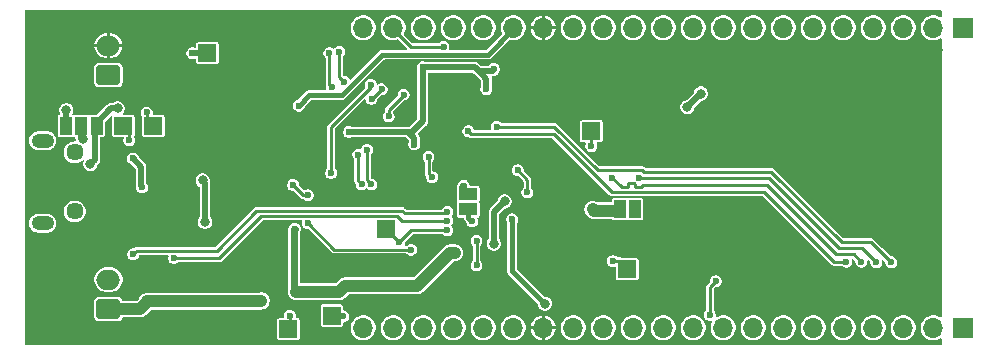
<source format=gbr>
G04 #@! TF.GenerationSoftware,KiCad,Pcbnew,9.0.0*
G04 #@! TF.CreationDate,2025-03-02T20:38:03-08:00*
G04 #@! TF.ProjectId,SuperPower-uC-KiCad,53757065-7250-46f7-9765-722d75432d4b,rev?*
G04 #@! TF.SameCoordinates,Original*
G04 #@! TF.FileFunction,Copper,L2,Bot*
G04 #@! TF.FilePolarity,Positive*
%FSLAX46Y46*%
G04 Gerber Fmt 4.6, Leading zero omitted, Abs format (unit mm)*
G04 Created by KiCad (PCBNEW 9.0.0) date 2025-03-02 20:38:03*
%MOMM*%
%LPD*%
G01*
G04 APERTURE LIST*
G04 Aperture macros list*
%AMRoundRect*
0 Rectangle with rounded corners*
0 $1 Rounding radius*
0 $2 $3 $4 $5 $6 $7 $8 $9 X,Y pos of 4 corners*
0 Add a 4 corners polygon primitive as box body*
4,1,4,$2,$3,$4,$5,$6,$7,$8,$9,$2,$3,0*
0 Add four circle primitives for the rounded corners*
1,1,$1+$1,$2,$3*
1,1,$1+$1,$4,$5*
1,1,$1+$1,$6,$7*
1,1,$1+$1,$8,$9*
0 Add four rect primitives between the rounded corners*
20,1,$1+$1,$2,$3,$4,$5,0*
20,1,$1+$1,$4,$5,$6,$7,0*
20,1,$1+$1,$6,$7,$8,$9,0*
20,1,$1+$1,$8,$9,$2,$3,0*%
G04 Aperture macros list end*
G04 #@! TA.AperFunction,ComponentPad*
%ADD10O,1.700000X1.700000*%
G04 #@! TD*
G04 #@! TA.AperFunction,ComponentPad*
%ADD11R,1.700000X1.700000*%
G04 #@! TD*
G04 #@! TA.AperFunction,SMDPad,CuDef*
%ADD12R,1.500000X1.500000*%
G04 #@! TD*
G04 #@! TA.AperFunction,ComponentPad*
%ADD13O,1.900000X1.200000*%
G04 #@! TD*
G04 #@! TA.AperFunction,ComponentPad*
%ADD14C,1.450000*%
G04 #@! TD*
G04 #@! TA.AperFunction,SMDPad,CuDef*
%ADD15R,1.500000X1.000000*%
G04 #@! TD*
G04 #@! TA.AperFunction,SMDPad,CuDef*
%ADD16R,1.000000X1.500000*%
G04 #@! TD*
G04 #@! TA.AperFunction,ComponentPad*
%ADD17O,2.000000X1.700000*%
G04 #@! TD*
G04 #@! TA.AperFunction,ComponentPad*
%ADD18RoundRect,0.250000X0.750000X-0.600000X0.750000X0.600000X-0.750000X0.600000X-0.750000X-0.600000X0*%
G04 #@! TD*
G04 #@! TA.AperFunction,ViaPad*
%ADD19C,0.800000*%
G04 #@! TD*
G04 #@! TA.AperFunction,ViaPad*
%ADD20C,0.600000*%
G04 #@! TD*
G04 #@! TA.AperFunction,Conductor*
%ADD21C,0.600000*%
G04 #@! TD*
G04 #@! TA.AperFunction,Conductor*
%ADD22C,1.000000*%
G04 #@! TD*
G04 #@! TA.AperFunction,Conductor*
%ADD23C,0.508000*%
G04 #@! TD*
G04 #@! TA.AperFunction,Conductor*
%ADD24C,0.500000*%
G04 #@! TD*
G04 #@! TA.AperFunction,Conductor*
%ADD25C,0.400000*%
G04 #@! TD*
G04 #@! TA.AperFunction,Conductor*
%ADD26C,0.250000*%
G04 #@! TD*
G04 APERTURE END LIST*
D10*
X130683000Y-121920000D03*
X133223000Y-121920000D03*
X135763000Y-121920000D03*
X138303000Y-121920000D03*
X140843000Y-121920000D03*
X143383000Y-121920000D03*
X145923000Y-121920000D03*
X148463000Y-121920000D03*
X151003000Y-121920000D03*
X153543000Y-121920000D03*
X156083000Y-121920000D03*
X158623000Y-121920000D03*
X161163000Y-121920000D03*
X163703000Y-121920000D03*
X166243000Y-121920000D03*
X168783000Y-121920000D03*
X171323000Y-121920000D03*
X173863000Y-121920000D03*
X176403000Y-121920000D03*
X178943000Y-121920000D03*
D11*
X181483000Y-121920000D03*
D10*
X130683000Y-96520000D03*
X133223000Y-96520000D03*
X135763000Y-96520000D03*
X138303000Y-96520000D03*
X140843000Y-96520000D03*
X143383000Y-96520000D03*
X145923000Y-96520000D03*
X148463000Y-96520000D03*
X151003000Y-96520000D03*
X153543000Y-96520000D03*
X156083000Y-96520000D03*
X158623000Y-96520000D03*
X161163000Y-96520000D03*
X163703000Y-96520000D03*
X166243000Y-96520000D03*
X168783000Y-96520000D03*
X171323000Y-96520000D03*
X173863000Y-96520000D03*
X176403000Y-96520000D03*
X178943000Y-96520000D03*
D11*
X181483000Y-96520000D03*
D12*
X132606000Y-113546000D03*
X124333000Y-122047000D03*
X153035000Y-116967000D03*
X149987000Y-105283000D03*
X112903000Y-104838500D03*
X110363000Y-104838500D03*
X128016000Y-120904000D03*
X117475000Y-98679000D03*
D13*
X103537500Y-113085000D03*
X103537500Y-106085000D03*
D14*
X106237500Y-112085000D03*
X106237500Y-107085000D03*
D15*
X139573000Y-111917000D03*
X139573000Y-110617000D03*
D16*
X152400000Y-111887000D03*
X153700000Y-111887000D03*
X105507000Y-104838500D03*
X106807000Y-104838500D03*
X108107000Y-104838500D03*
D17*
X109093000Y-98034000D03*
D18*
X109093000Y-100534000D03*
D17*
X109093000Y-117846000D03*
D18*
X109093000Y-120346000D03*
D19*
X150090847Y-111910153D03*
X122096370Y-119594348D03*
X124968000Y-118872000D03*
X152299297Y-112138701D03*
X141732000Y-114808008D03*
X138430000Y-115570008D03*
X129413008Y-118364000D03*
D20*
X112395000Y-119761000D03*
X141732000Y-100004474D03*
X141099500Y-101729500D03*
X134990000Y-106415054D03*
X129476500Y-105346500D03*
X135699473Y-99881990D03*
D19*
X142656000Y-111221000D03*
D20*
X124881001Y-113546000D03*
X177800000Y-116268500D03*
D19*
X173101000Y-110871000D03*
X167767000Y-105537000D03*
X173101000Y-105537000D03*
X149987000Y-115443000D03*
D20*
X139509500Y-101600000D03*
D19*
X129575741Y-104432426D03*
X128506836Y-103403009D03*
X154813000Y-105791000D03*
X130053358Y-98297986D03*
X179324000Y-98425000D03*
X141798020Y-108077000D03*
X155194000Y-112141000D03*
X144145000Y-116586000D03*
X133858000Y-117094000D03*
X130175000Y-116646954D03*
D20*
X120777000Y-121285000D03*
X125594000Y-117856000D03*
X123377500Y-117922500D03*
D19*
X111125000Y-96138994D03*
X123634500Y-98615500D03*
D20*
X146939014Y-118237000D03*
D19*
X143603511Y-101448086D03*
D20*
X146047500Y-101729500D03*
D19*
X177863500Y-102235000D03*
D20*
X135001000Y-111656490D03*
D19*
X161988500Y-103441500D03*
D20*
X150431500Y-99949000D03*
D19*
X128548160Y-109830535D03*
D20*
X137642600Y-120497592D03*
X137033000Y-102489000D03*
X165862000Y-112776000D03*
D19*
X140909010Y-117541044D03*
D20*
X121006000Y-118671000D03*
X117031000Y-121221000D03*
X117031000Y-121871000D03*
X111381000Y-100246000D03*
D19*
X111292010Y-113896000D03*
X107442000Y-111075000D03*
X117282153Y-112964153D03*
X106934000Y-105918004D03*
D20*
X125222000Y-103123998D03*
D19*
X117081000Y-109446000D03*
D20*
X128968500Y-120967500D03*
X116205000Y-98679000D03*
X111950500Y-110049010D03*
X111181000Y-107596000D03*
X139181335Y-109894159D03*
D19*
X158115000Y-103251000D03*
X159262653Y-102103347D03*
X146050000Y-119888000D03*
D20*
X143281000Y-112746000D03*
X139890500Y-112915944D03*
X151815800Y-116281200D03*
X153670000Y-111506000D03*
D19*
X107569000Y-108077000D03*
X109881000Y-103346000D03*
D20*
X149987000Y-106552992D03*
D19*
X105537000Y-103505000D03*
D20*
X139573000Y-105283000D03*
X131381506Y-102552500D03*
X132229179Y-101735988D03*
X171577000Y-116335510D03*
X151764992Y-109219998D03*
X172847000Y-116335510D03*
X137787718Y-112110656D03*
X111185406Y-115713594D03*
X174117000Y-116395500D03*
X114663677Y-116018010D03*
X137786146Y-112860666D03*
X154051000Y-109279990D03*
X141986000Y-104902000D03*
X175387000Y-116395500D03*
X160020000Y-120842989D03*
X160528000Y-117983000D03*
X124730688Y-109837136D03*
X125983996Y-110718004D03*
X125984000Y-113074000D03*
X134733967Y-115316044D03*
X143764000Y-108585000D03*
X133742766Y-114663990D03*
X144571475Y-110471975D03*
X132823907Y-104031093D03*
X134098342Y-102185158D03*
X137794994Y-113665000D03*
X112339010Y-103701990D03*
X110871000Y-106045000D03*
X140271500Y-114554000D03*
X140271490Y-116649500D03*
X128651000Y-98552000D03*
X129056596Y-101100650D03*
X127810487Y-98679000D03*
X128016000Y-101584990D03*
X124460000Y-120904000D03*
X130256000Y-107271000D03*
X130534333Y-109778079D03*
X131006000Y-106871000D03*
X131355500Y-109798691D03*
X131318000Y-101346000D03*
X127952500Y-108825508D03*
X137477500Y-98145990D03*
X136506000Y-109171000D03*
X136206000Y-107446000D03*
D21*
X122056718Y-119634000D02*
X122096370Y-119594348D01*
D22*
X112338016Y-119704016D02*
X121986702Y-119704016D01*
X121986702Y-119704016D02*
X122056718Y-119634000D01*
X150194694Y-112014000D02*
X150090847Y-111910153D01*
X152174596Y-112014000D02*
X150194694Y-112014000D01*
X152299297Y-112138701D02*
X152174596Y-112014000D01*
X129159000Y-118364000D02*
X129413008Y-118364000D01*
X124968000Y-118872000D02*
X128651000Y-118872000D01*
X128651000Y-118872000D02*
X129159000Y-118364000D01*
D21*
X112268000Y-119634000D02*
X112395000Y-119761000D01*
D23*
X133832822Y-105346500D02*
X134493000Y-105346500D01*
X134493000Y-105346500D02*
X134990000Y-105843500D01*
X134990000Y-105843500D02*
X134990000Y-106415054D01*
D22*
X135255000Y-118364000D02*
X129413008Y-118364000D01*
X138048992Y-115570008D02*
X135255000Y-118364000D01*
X138430000Y-115570008D02*
X138048992Y-115570008D01*
D24*
X129476500Y-105346500D02*
X133832822Y-105346500D01*
D23*
X141099500Y-100840500D02*
X140462000Y-100203000D01*
X141099500Y-101729500D02*
X141099500Y-100840500D01*
D24*
X140462000Y-100203000D02*
X141668500Y-100203000D01*
D23*
X141732000Y-100004474D02*
X141732000Y-100139500D01*
D24*
X136123737Y-99881990D02*
X135699473Y-99881990D01*
X140462000Y-100203000D02*
X140140990Y-99881990D01*
X140140990Y-99881990D02*
X136123737Y-99881990D01*
X141732000Y-114808008D02*
X141732000Y-112145000D01*
X141732000Y-112145000D02*
X142656000Y-111221000D01*
D21*
X124831000Y-113596001D02*
X124881001Y-113546000D01*
X124831000Y-118735000D02*
X124831000Y-113596001D01*
X124968000Y-118872000D02*
X124831000Y-118735000D01*
D22*
X111810000Y-120346000D02*
X112395000Y-119761000D01*
X109093000Y-120346000D02*
X111810000Y-120346000D01*
D23*
X135699473Y-100306254D02*
X135699473Y-99881990D01*
X135699473Y-104456527D02*
X135699473Y-100306254D01*
X134796000Y-105360000D02*
X135699473Y-104456527D01*
X133477000Y-105360000D02*
X134796000Y-105360000D01*
D21*
X106807000Y-105791004D02*
X106934000Y-105918004D01*
X106807000Y-104838500D02*
X106807000Y-105791004D01*
D24*
X117282153Y-112964153D02*
X117282153Y-109647153D01*
X117282153Y-109647153D02*
X117081000Y-109446000D01*
D25*
X128841500Y-102235000D02*
X126110998Y-102235000D01*
X143383000Y-96647000D02*
X141234000Y-98796000D01*
X132280500Y-98796000D02*
X128841500Y-102235000D01*
X141234000Y-98796000D02*
X132280500Y-98796000D01*
X126110998Y-102235000D02*
X125222000Y-103123998D01*
D26*
X128905000Y-120904000D02*
X128968500Y-120967500D01*
X128016000Y-120904000D02*
X128905000Y-120904000D01*
D23*
X116205000Y-98679000D02*
X117475000Y-98679000D01*
D24*
X111869023Y-108286987D02*
X111869023Y-109967533D01*
X111869023Y-109967533D02*
X111950500Y-110049010D01*
D23*
X111869023Y-108284023D02*
X111181000Y-107596000D01*
X111869023Y-108286987D02*
X111869023Y-108284023D01*
X139065000Y-110729000D02*
X139065000Y-110010494D01*
X139065000Y-110010494D02*
X139181335Y-109894159D01*
X158115000Y-103251000D02*
X159131000Y-102235000D01*
X159131000Y-102235000D02*
X159262653Y-102103347D01*
D25*
X143281000Y-117119000D02*
X143281000Y-112746000D01*
X146050000Y-119888000D02*
X143281000Y-117119000D01*
X139573000Y-111917000D02*
X139573000Y-112598444D01*
X139573000Y-112598444D02*
X139890500Y-112915944D01*
D26*
X152349200Y-116281200D02*
X153035000Y-116967000D01*
X151815800Y-116281200D02*
X152349200Y-116281200D01*
D23*
X108107000Y-104554315D02*
X109315315Y-103346000D01*
X109315315Y-103346000D02*
X109881000Y-103346000D01*
X108107000Y-104775000D02*
X108107000Y-104554315D01*
D24*
X107950000Y-104932000D02*
X108107000Y-104775000D01*
X107950000Y-107696000D02*
X107950000Y-104932000D01*
X107569000Y-108077000D02*
X107950000Y-107696000D01*
D26*
X149987000Y-105302010D02*
X149987000Y-106552992D01*
D23*
X105507000Y-103535000D02*
X105537000Y-103505000D01*
X105507000Y-104775000D02*
X105507000Y-103535000D01*
D21*
X109093000Y-100534000D02*
X108508000Y-100534000D01*
D26*
X131412667Y-102552500D02*
X131381506Y-102552500D01*
X132229179Y-101735988D02*
X131412667Y-102552500D01*
X164626404Y-110426500D02*
X170535414Y-116335510D01*
X170535414Y-116335510D02*
X171152736Y-116335510D01*
X151701500Y-110426500D02*
X164626404Y-110426500D01*
X146812000Y-105537000D02*
X151701500Y-110426500D01*
X139827000Y-105537000D02*
X146812000Y-105537000D01*
X171152736Y-116335510D02*
X171577000Y-116335510D01*
X139573000Y-105283000D02*
X139827000Y-105537000D01*
X111485405Y-115413595D02*
X111185406Y-115713594D01*
X121634000Y-112046000D02*
X118266405Y-115413595D01*
X118266405Y-115413595D02*
X111485405Y-115413595D01*
X133959998Y-112046000D02*
X121634000Y-112046000D01*
X134168590Y-112254592D02*
X133959998Y-112046000D01*
X137643782Y-112254592D02*
X134168590Y-112254592D01*
X137787718Y-112110656D02*
X137643782Y-112254592D01*
X172233890Y-115722400D02*
X172847000Y-116335510D01*
X170713400Y-115722400D02*
X172233890Y-115722400D01*
X164846000Y-109855000D02*
X170713400Y-115722400D01*
X154349994Y-109855000D02*
X164846000Y-109855000D01*
X154333304Y-109856880D02*
X154349994Y-109855000D01*
X153117452Y-109712428D02*
X153133304Y-109706881D01*
X153103232Y-109721363D02*
X153117452Y-109712428D01*
X153091356Y-109733239D02*
X153103232Y-109721363D01*
X153082421Y-109747459D02*
X153091356Y-109733239D01*
X154282421Y-109897458D02*
X154291356Y-109883238D01*
X153074994Y-109930000D02*
X153074994Y-109780000D01*
X154276874Y-109913310D02*
X154282421Y-109897458D01*
X153073113Y-109946689D02*
X153074994Y-109930000D01*
X154273113Y-109946689D02*
X154276874Y-109913310D01*
X153067566Y-109962541D02*
X153073113Y-109946689D01*
X153058631Y-109976761D02*
X153067566Y-109962541D01*
X153046755Y-109988637D02*
X153058631Y-109976761D01*
X153032535Y-109997572D02*
X153046755Y-109988637D01*
X152549994Y-110005000D02*
X152999994Y-110005000D01*
X154199994Y-110005000D02*
X154216683Y-110003119D01*
X153076874Y-109763311D02*
X153082421Y-109747459D01*
X154291356Y-109883238D02*
X154303232Y-109871362D01*
X151764992Y-109219998D02*
X152399994Y-109855000D01*
X153074994Y-109780000D02*
X153076874Y-109763311D01*
X154267566Y-109962541D02*
X154273113Y-109946689D01*
X152399994Y-109855000D02*
X152416683Y-109856880D01*
X153016683Y-110003119D02*
X153032535Y-109997572D01*
X152416683Y-109856880D02*
X152432535Y-109862427D01*
X153749994Y-110005000D02*
X154199994Y-110005000D01*
X152999994Y-110005000D02*
X153016683Y-110003119D01*
X152432535Y-109862427D02*
X152446755Y-109871362D01*
X153733304Y-110003119D02*
X153749994Y-110005000D01*
X152533304Y-110003119D02*
X152549994Y-110005000D01*
X152446755Y-109871362D02*
X152458631Y-109883238D01*
X153717452Y-109997572D02*
X153733304Y-110003119D01*
X152491356Y-109976761D02*
X152503232Y-109988637D01*
X152517452Y-109997572D02*
X152533304Y-110003119D01*
X152458631Y-109883238D02*
X152467566Y-109897458D01*
X153703232Y-109988637D02*
X153717452Y-109997572D01*
X152476874Y-109946689D02*
X152482421Y-109962541D01*
X152503232Y-109988637D02*
X152517452Y-109997572D01*
X152467566Y-109897458D02*
X152473113Y-109913310D01*
X153691356Y-109976761D02*
X153703232Y-109988637D01*
X152473113Y-109913310D02*
X152476874Y-109946689D01*
X152482421Y-109962541D02*
X152491356Y-109976761D01*
X153133304Y-109706881D02*
X153149994Y-109705000D01*
X153149994Y-109705000D02*
X153599994Y-109705000D01*
X153599994Y-109705000D02*
X153616683Y-109706881D01*
X153616683Y-109706881D02*
X153632535Y-109712428D01*
X153632535Y-109712428D02*
X153646755Y-109721363D01*
X153646755Y-109721363D02*
X153658631Y-109733239D01*
X153658631Y-109733239D02*
X153667566Y-109747459D01*
X153667566Y-109747459D02*
X153673113Y-109763311D01*
X153673113Y-109763311D02*
X153674994Y-109780000D01*
X153674994Y-109780000D02*
X153674994Y-109930000D01*
X153674994Y-109930000D02*
X153676874Y-109946689D01*
X153676874Y-109946689D02*
X153682421Y-109962541D01*
X153682421Y-109962541D02*
X153691356Y-109976761D01*
X154216683Y-110003119D02*
X154232535Y-109997572D01*
X154232535Y-109997572D02*
X154246755Y-109988637D01*
X154246755Y-109988637D02*
X154258631Y-109976761D01*
X154258631Y-109976761D02*
X154267566Y-109962541D01*
X154303232Y-109871362D02*
X154317452Y-109862427D01*
X154317452Y-109862427D02*
X154333304Y-109856880D01*
X170942000Y-115189000D02*
X165032990Y-109279990D01*
X172910500Y-115189000D02*
X170942000Y-115189000D01*
X165032990Y-109279990D02*
X154051000Y-109279990D01*
X174117000Y-116395500D02*
X172910500Y-115189000D01*
X133528000Y-112446000D02*
X133942666Y-112860666D01*
X133942666Y-112860666D02*
X137786146Y-112860666D01*
X122059500Y-112446000D02*
X133528000Y-112446000D01*
X118487490Y-116018010D02*
X122059500Y-112446000D01*
X114663677Y-116018010D02*
X118487490Y-116018010D01*
X146849996Y-104902000D02*
X141986000Y-104902000D01*
X150532996Y-108585000D02*
X146849996Y-104902000D01*
X154305000Y-108585000D02*
X150532996Y-108585000D01*
X165227000Y-108712000D02*
X154432000Y-108712000D01*
X154432000Y-108712000D02*
X154305000Y-108585000D01*
X171196000Y-114681000D02*
X165227000Y-108712000D01*
X173672500Y-114681000D02*
X171196000Y-114681000D01*
X175387000Y-116395500D02*
X173672500Y-114681000D01*
X160020000Y-120842989D02*
X160020000Y-118491000D01*
X160020000Y-118491000D02*
X160528000Y-117983000D01*
X124730688Y-109837136D02*
X125611556Y-110718004D01*
X125611556Y-110718004D02*
X125983996Y-110718004D01*
X128226044Y-115316044D02*
X133351044Y-115316044D01*
X125984000Y-113074000D02*
X128226044Y-115316044D01*
X133351044Y-115316044D02*
X134733967Y-115316044D01*
X133713990Y-114663990D02*
X133742766Y-114663990D01*
X133096000Y-114046000D02*
X133713990Y-114663990D01*
X143764000Y-108585000D02*
X144571475Y-109392475D01*
X144571475Y-109392475D02*
X144571475Y-110471975D01*
X132823907Y-103459593D02*
X134098342Y-102185158D01*
X133985000Y-102298500D02*
X134098342Y-102185158D01*
X132823907Y-104031093D02*
X132823907Y-103459593D01*
X134741756Y-113665000D02*
X137794994Y-113665000D01*
X133742766Y-114663990D02*
X134741756Y-113665000D01*
X113411000Y-104775000D02*
X113411000Y-104773980D01*
X112339010Y-104211010D02*
X112903000Y-104775000D01*
X112339010Y-103701990D02*
X112339010Y-104211010D01*
X110871000Y-105283000D02*
X110363000Y-104775000D01*
X110871000Y-106045000D02*
X110871000Y-105283000D01*
X140271500Y-114554000D02*
X140271500Y-116649490D01*
X140271500Y-116649490D02*
X140271490Y-116649500D01*
X128651000Y-100695054D02*
X129056596Y-101100650D01*
X128651000Y-98552000D02*
X128651000Y-100695054D01*
X127810487Y-98679000D02*
X127810487Y-101379477D01*
X127810487Y-101379477D02*
X128016000Y-101584990D01*
X124460000Y-121920000D02*
X124333000Y-122047000D01*
X124460000Y-120904000D02*
X124460000Y-121920000D01*
X130256000Y-109499746D02*
X130534333Y-109778079D01*
X130256000Y-107271000D02*
X130256000Y-109499746D01*
X131006000Y-106871000D02*
X131006000Y-109449191D01*
X131006000Y-109449191D02*
X131355500Y-109798691D01*
X127952500Y-104945264D02*
X127952500Y-108825508D01*
X131318000Y-101579764D02*
X127952500Y-104945264D01*
X131318000Y-101346000D02*
X131318000Y-101579764D01*
X133223000Y-96647000D02*
X134721990Y-98145990D01*
X134721990Y-98145990D02*
X137477500Y-98145990D01*
X136506000Y-109171000D02*
X136206000Y-108871000D01*
X136206000Y-108871000D02*
X136206000Y-107446000D01*
G04 #@! TA.AperFunction,Conductor*
G36*
X179567524Y-95045446D02*
G01*
X179619842Y-95067136D01*
X179641500Y-95119446D01*
X179641500Y-95584852D01*
X179619826Y-95637178D01*
X179567500Y-95658852D01*
X179526388Y-95646381D01*
X179440598Y-95589059D01*
X179249420Y-95509870D01*
X179249413Y-95509868D01*
X179072557Y-95474690D01*
X179046465Y-95469500D01*
X178839535Y-95469500D01*
X178813443Y-95474690D01*
X178636586Y-95509868D01*
X178636579Y-95509870D01*
X178445401Y-95589059D01*
X178273345Y-95704022D01*
X178273344Y-95704024D01*
X178127024Y-95850344D01*
X178127022Y-95850345D01*
X178012059Y-96022401D01*
X177932870Y-96213579D01*
X177932868Y-96213586D01*
X177892500Y-96416535D01*
X177892500Y-96623464D01*
X177932868Y-96826413D01*
X177932870Y-96826420D01*
X178012059Y-97017598D01*
X178126810Y-97189337D01*
X178127023Y-97189655D01*
X178273345Y-97335977D01*
X178445402Y-97450941D01*
X178636580Y-97530130D01*
X178839535Y-97570500D01*
X178839536Y-97570500D01*
X179046464Y-97570500D01*
X179046465Y-97570500D01*
X179249420Y-97530130D01*
X179440598Y-97450941D01*
X179526388Y-97393617D01*
X179581937Y-97382569D01*
X179629029Y-97414035D01*
X179641500Y-97455147D01*
X179641500Y-120984852D01*
X179619826Y-121037178D01*
X179567500Y-121058852D01*
X179526388Y-121046381D01*
X179440598Y-120989059D01*
X179249420Y-120909870D01*
X179249413Y-120909868D01*
X179072557Y-120874690D01*
X179046465Y-120869500D01*
X178839535Y-120869500D01*
X178813443Y-120874690D01*
X178636586Y-120909868D01*
X178636579Y-120909870D01*
X178445401Y-120989059D01*
X178273345Y-121104022D01*
X178273344Y-121104024D01*
X178127024Y-121250344D01*
X178127022Y-121250345D01*
X178012059Y-121422401D01*
X177932870Y-121613579D01*
X177932868Y-121613586D01*
X177892500Y-121816535D01*
X177892500Y-122023464D01*
X177932868Y-122226413D01*
X177932870Y-122226420D01*
X178012059Y-122417598D01*
X178126810Y-122589337D01*
X178127023Y-122589655D01*
X178273345Y-122735977D01*
X178445402Y-122850941D01*
X178636580Y-122930130D01*
X178839535Y-122970500D01*
X178839536Y-122970500D01*
X179046464Y-122970500D01*
X179046465Y-122970500D01*
X179249420Y-122930130D01*
X179440598Y-122850941D01*
X179526388Y-122793617D01*
X179581937Y-122782569D01*
X179629029Y-122814035D01*
X179641500Y-122855147D01*
X179641500Y-123321500D01*
X179619826Y-123373826D01*
X179567500Y-123395500D01*
X102130500Y-123395500D01*
X102078174Y-123373826D01*
X102056500Y-123321500D01*
X102056500Y-119691734D01*
X107892500Y-119691734D01*
X107892500Y-121000266D01*
X107895354Y-121030699D01*
X107895354Y-121030701D01*
X107895355Y-121030704D01*
X107940206Y-121158881D01*
X107940207Y-121158883D01*
X108020846Y-121268146D01*
X108020853Y-121268153D01*
X108130116Y-121348792D01*
X108130118Y-121348793D01*
X108258295Y-121393644D01*
X108258301Y-121393646D01*
X108288734Y-121396500D01*
X108288741Y-121396500D01*
X109897258Y-121396500D01*
X109897266Y-121396500D01*
X109927699Y-121393646D01*
X110055882Y-121348793D01*
X110152817Y-121277252D01*
X123382500Y-121277252D01*
X123382500Y-122816748D01*
X123389301Y-122850940D01*
X123394133Y-122875232D01*
X123423608Y-122919343D01*
X123438448Y-122941552D01*
X123474001Y-122965308D01*
X123504767Y-122985866D01*
X123504768Y-122985866D01*
X123504769Y-122985867D01*
X123563252Y-122997500D01*
X123563254Y-122997500D01*
X125102746Y-122997500D01*
X125102748Y-122997500D01*
X125161231Y-122985867D01*
X125227552Y-122941552D01*
X125271867Y-122875231D01*
X125283500Y-122816748D01*
X125283500Y-121277252D01*
X125271867Y-121218769D01*
X125227552Y-121152448D01*
X125205343Y-121137608D01*
X125161232Y-121108133D01*
X125161233Y-121108133D01*
X125131989Y-121102316D01*
X125102748Y-121096500D01*
X125102746Y-121096500D01*
X125023014Y-121096500D01*
X124970688Y-121074826D01*
X124949014Y-121022500D01*
X124951536Y-121003347D01*
X124953191Y-120997169D01*
X124960500Y-120969892D01*
X124960500Y-120838108D01*
X124960500Y-120838106D01*
X124960499Y-120838105D01*
X124944151Y-120777094D01*
X124926392Y-120710814D01*
X124860500Y-120596686D01*
X124767314Y-120503500D01*
X124763171Y-120501108D01*
X124653190Y-120437610D01*
X124653181Y-120437606D01*
X124525894Y-120403500D01*
X124525892Y-120403500D01*
X124394108Y-120403500D01*
X124394106Y-120403500D01*
X124266818Y-120437606D01*
X124266809Y-120437610D01*
X124152685Y-120503500D01*
X124059500Y-120596685D01*
X123993610Y-120710809D01*
X123993606Y-120710818D01*
X123959500Y-120838105D01*
X123959500Y-120969894D01*
X123968464Y-121003347D01*
X123961072Y-121059500D01*
X123916139Y-121093978D01*
X123896986Y-121096500D01*
X123563252Y-121096500D01*
X123534010Y-121102316D01*
X123504767Y-121108133D01*
X123438449Y-121152447D01*
X123438447Y-121152449D01*
X123394133Y-121218767D01*
X123389216Y-121243488D01*
X123382500Y-121277252D01*
X110152817Y-121277252D01*
X110165150Y-121268150D01*
X110245793Y-121158882D01*
X110264853Y-121104412D01*
X110267776Y-121096060D01*
X110305515Y-121053828D01*
X110337623Y-121046500D01*
X111878992Y-121046500D01*
X111878994Y-121046500D01*
X112014328Y-121019580D01*
X112141811Y-120966775D01*
X112256543Y-120890114D01*
X112720467Y-120426190D01*
X112772793Y-120404516D01*
X122055694Y-120404516D01*
X122055696Y-120404516D01*
X122191030Y-120377596D01*
X122318513Y-120324791D01*
X122433245Y-120248130D01*
X122547122Y-120134253D01*
X127065500Y-120134253D01*
X127065500Y-121673746D01*
X127077133Y-121732232D01*
X127103564Y-121771787D01*
X127121448Y-121798552D01*
X127148361Y-121816535D01*
X127187767Y-121842866D01*
X127187768Y-121842866D01*
X127187769Y-121842867D01*
X127246252Y-121854500D01*
X127246254Y-121854500D01*
X128785746Y-121854500D01*
X128785748Y-121854500D01*
X128844231Y-121842867D01*
X128883639Y-121816535D01*
X129632500Y-121816535D01*
X129632500Y-122023464D01*
X129672868Y-122226413D01*
X129672870Y-122226420D01*
X129752059Y-122417598D01*
X129866810Y-122589337D01*
X129867023Y-122589655D01*
X130013345Y-122735977D01*
X130185402Y-122850941D01*
X130376580Y-122930130D01*
X130579535Y-122970500D01*
X130579536Y-122970500D01*
X130786464Y-122970500D01*
X130786465Y-122970500D01*
X130989420Y-122930130D01*
X131180598Y-122850941D01*
X131352655Y-122735977D01*
X131498977Y-122589655D01*
X131613941Y-122417598D01*
X131693130Y-122226420D01*
X131733500Y-122023465D01*
X131733500Y-121816535D01*
X132172500Y-121816535D01*
X132172500Y-122023464D01*
X132212868Y-122226413D01*
X132212870Y-122226420D01*
X132292059Y-122417598D01*
X132406810Y-122589337D01*
X132407023Y-122589655D01*
X132553345Y-122735977D01*
X132725402Y-122850941D01*
X132916580Y-122930130D01*
X133119535Y-122970500D01*
X133119536Y-122970500D01*
X133326464Y-122970500D01*
X133326465Y-122970500D01*
X133529420Y-122930130D01*
X133720598Y-122850941D01*
X133892655Y-122735977D01*
X134038977Y-122589655D01*
X134153941Y-122417598D01*
X134233130Y-122226420D01*
X134273500Y-122023465D01*
X134273500Y-121816535D01*
X134712500Y-121816535D01*
X134712500Y-122023464D01*
X134752868Y-122226413D01*
X134752870Y-122226420D01*
X134832059Y-122417598D01*
X134946810Y-122589337D01*
X134947023Y-122589655D01*
X135093345Y-122735977D01*
X135265402Y-122850941D01*
X135456580Y-122930130D01*
X135659535Y-122970500D01*
X135659536Y-122970500D01*
X135866464Y-122970500D01*
X135866465Y-122970500D01*
X136069420Y-122930130D01*
X136260598Y-122850941D01*
X136432655Y-122735977D01*
X136578977Y-122589655D01*
X136693941Y-122417598D01*
X136773130Y-122226420D01*
X136813500Y-122023465D01*
X136813500Y-121816535D01*
X137252500Y-121816535D01*
X137252500Y-122023464D01*
X137292868Y-122226413D01*
X137292870Y-122226420D01*
X137372059Y-122417598D01*
X137486810Y-122589337D01*
X137487023Y-122589655D01*
X137633345Y-122735977D01*
X137805402Y-122850941D01*
X137996580Y-122930130D01*
X138199535Y-122970500D01*
X138199536Y-122970500D01*
X138406464Y-122970500D01*
X138406465Y-122970500D01*
X138609420Y-122930130D01*
X138800598Y-122850941D01*
X138972655Y-122735977D01*
X139118977Y-122589655D01*
X139233941Y-122417598D01*
X139313130Y-122226420D01*
X139353500Y-122023465D01*
X139353500Y-121816535D01*
X139792500Y-121816535D01*
X139792500Y-122023464D01*
X139832868Y-122226413D01*
X139832870Y-122226420D01*
X139912059Y-122417598D01*
X140026810Y-122589337D01*
X140027023Y-122589655D01*
X140173345Y-122735977D01*
X140345402Y-122850941D01*
X140536580Y-122930130D01*
X140739535Y-122970500D01*
X140739536Y-122970500D01*
X140946464Y-122970500D01*
X140946465Y-122970500D01*
X141149420Y-122930130D01*
X141340598Y-122850941D01*
X141512655Y-122735977D01*
X141658977Y-122589655D01*
X141773941Y-122417598D01*
X141853130Y-122226420D01*
X141893500Y-122023465D01*
X141893500Y-121816535D01*
X142332500Y-121816535D01*
X142332500Y-122023464D01*
X142372868Y-122226413D01*
X142372870Y-122226420D01*
X142452059Y-122417598D01*
X142566810Y-122589337D01*
X142567023Y-122589655D01*
X142713345Y-122735977D01*
X142885402Y-122850941D01*
X143076580Y-122930130D01*
X143279535Y-122970500D01*
X143279536Y-122970500D01*
X143486464Y-122970500D01*
X143486465Y-122970500D01*
X143689420Y-122930130D01*
X143880598Y-122850941D01*
X144052655Y-122735977D01*
X144198977Y-122589655D01*
X144313941Y-122417598D01*
X144393130Y-122226420D01*
X144433500Y-122023465D01*
X144433500Y-121816535D01*
X144428818Y-121792999D01*
X144877690Y-121792999D01*
X144877691Y-121793000D01*
X145439392Y-121793000D01*
X145423000Y-121854174D01*
X145423000Y-121985826D01*
X145439392Y-122047000D01*
X144877690Y-122047000D01*
X144913348Y-122226267D01*
X144913350Y-122226274D01*
X144992500Y-122417358D01*
X145107410Y-122589335D01*
X145253664Y-122735589D01*
X145425641Y-122850499D01*
X145616725Y-122929649D01*
X145616732Y-122929651D01*
X145796000Y-122965308D01*
X145796000Y-122403608D01*
X145857174Y-122420000D01*
X145988826Y-122420000D01*
X146050000Y-122403608D01*
X146050000Y-122965308D01*
X146229267Y-122929651D01*
X146229274Y-122929649D01*
X146420358Y-122850499D01*
X146592335Y-122735589D01*
X146592337Y-122735588D01*
X146738588Y-122589337D01*
X146738589Y-122589335D01*
X146853499Y-122417358D01*
X146932649Y-122226274D01*
X146932651Y-122226267D01*
X146968309Y-122047000D01*
X146406608Y-122047000D01*
X146423000Y-121985826D01*
X146423000Y-121854174D01*
X146412914Y-121816535D01*
X147412500Y-121816535D01*
X147412500Y-122023464D01*
X147452868Y-122226413D01*
X147452870Y-122226420D01*
X147532059Y-122417598D01*
X147646810Y-122589337D01*
X147647023Y-122589655D01*
X147793345Y-122735977D01*
X147965402Y-122850941D01*
X148156580Y-122930130D01*
X148359535Y-122970500D01*
X148359536Y-122970500D01*
X148566464Y-122970500D01*
X148566465Y-122970500D01*
X148769420Y-122930130D01*
X148960598Y-122850941D01*
X149132655Y-122735977D01*
X149278977Y-122589655D01*
X149393941Y-122417598D01*
X149473130Y-122226420D01*
X149513500Y-122023465D01*
X149513500Y-121816535D01*
X149952500Y-121816535D01*
X149952500Y-122023464D01*
X149992868Y-122226413D01*
X149992870Y-122226420D01*
X150072059Y-122417598D01*
X150186810Y-122589337D01*
X150187023Y-122589655D01*
X150333345Y-122735977D01*
X150505402Y-122850941D01*
X150696580Y-122930130D01*
X150899535Y-122970500D01*
X150899536Y-122970500D01*
X151106464Y-122970500D01*
X151106465Y-122970500D01*
X151309420Y-122930130D01*
X151500598Y-122850941D01*
X151672655Y-122735977D01*
X151818977Y-122589655D01*
X151933941Y-122417598D01*
X152013130Y-122226420D01*
X152053500Y-122023465D01*
X152053500Y-121816535D01*
X152492500Y-121816535D01*
X152492500Y-122023464D01*
X152532868Y-122226413D01*
X152532870Y-122226420D01*
X152612059Y-122417598D01*
X152726810Y-122589337D01*
X152727023Y-122589655D01*
X152873345Y-122735977D01*
X153045402Y-122850941D01*
X153236580Y-122930130D01*
X153439535Y-122970500D01*
X153439536Y-122970500D01*
X153646464Y-122970500D01*
X153646465Y-122970500D01*
X153849420Y-122930130D01*
X154040598Y-122850941D01*
X154212655Y-122735977D01*
X154358977Y-122589655D01*
X154473941Y-122417598D01*
X154553130Y-122226420D01*
X154593500Y-122023465D01*
X154593500Y-121816535D01*
X155032500Y-121816535D01*
X155032500Y-122023464D01*
X155072868Y-122226413D01*
X155072870Y-122226420D01*
X155152059Y-122417598D01*
X155266810Y-122589337D01*
X155267023Y-122589655D01*
X155413345Y-122735977D01*
X155585402Y-122850941D01*
X155776580Y-122930130D01*
X155979535Y-122970500D01*
X155979536Y-122970500D01*
X156186464Y-122970500D01*
X156186465Y-122970500D01*
X156389420Y-122930130D01*
X156580598Y-122850941D01*
X156752655Y-122735977D01*
X156898977Y-122589655D01*
X157013941Y-122417598D01*
X157093130Y-122226420D01*
X157133500Y-122023465D01*
X157133500Y-121816535D01*
X157572500Y-121816535D01*
X157572500Y-122023464D01*
X157612868Y-122226413D01*
X157612870Y-122226420D01*
X157692059Y-122417598D01*
X157806810Y-122589337D01*
X157807023Y-122589655D01*
X157953345Y-122735977D01*
X158125402Y-122850941D01*
X158316580Y-122930130D01*
X158519535Y-122970500D01*
X158519536Y-122970500D01*
X158726464Y-122970500D01*
X158726465Y-122970500D01*
X158929420Y-122930130D01*
X159120598Y-122850941D01*
X159292655Y-122735977D01*
X159438977Y-122589655D01*
X159553941Y-122417598D01*
X159633130Y-122226420D01*
X159673500Y-122023465D01*
X159673500Y-121816535D01*
X159633130Y-121613580D01*
X159553941Y-121422402D01*
X159438977Y-121250345D01*
X159292655Y-121104023D01*
X159280737Y-121096060D01*
X159120598Y-120989059D01*
X158929420Y-120909870D01*
X158929413Y-120909868D01*
X158752557Y-120874690D01*
X158726465Y-120869500D01*
X158519535Y-120869500D01*
X158493443Y-120874690D01*
X158316586Y-120909868D01*
X158316579Y-120909870D01*
X158125401Y-120989059D01*
X157953345Y-121104022D01*
X157953344Y-121104024D01*
X157807024Y-121250344D01*
X157807022Y-121250345D01*
X157692059Y-121422401D01*
X157612870Y-121613579D01*
X157612868Y-121613586D01*
X157572500Y-121816535D01*
X157133500Y-121816535D01*
X157093130Y-121613580D01*
X157013941Y-121422402D01*
X156898977Y-121250345D01*
X156752655Y-121104023D01*
X156740737Y-121096060D01*
X156580598Y-120989059D01*
X156389420Y-120909870D01*
X156389413Y-120909868D01*
X156212557Y-120874690D01*
X156186465Y-120869500D01*
X155979535Y-120869500D01*
X155953443Y-120874690D01*
X155776586Y-120909868D01*
X155776579Y-120909870D01*
X155585401Y-120989059D01*
X155413345Y-121104022D01*
X155413344Y-121104024D01*
X155267024Y-121250344D01*
X155267022Y-121250345D01*
X155152059Y-121422401D01*
X155072870Y-121613579D01*
X155072868Y-121613586D01*
X155032500Y-121816535D01*
X154593500Y-121816535D01*
X154553130Y-121613580D01*
X154473941Y-121422402D01*
X154358977Y-121250345D01*
X154212655Y-121104023D01*
X154200737Y-121096060D01*
X154040598Y-120989059D01*
X153849420Y-120909870D01*
X153849413Y-120909868D01*
X153672557Y-120874690D01*
X153646465Y-120869500D01*
X153439535Y-120869500D01*
X153413443Y-120874690D01*
X153236586Y-120909868D01*
X153236579Y-120909870D01*
X153045401Y-120989059D01*
X152873345Y-121104022D01*
X152873344Y-121104024D01*
X152727024Y-121250344D01*
X152727022Y-121250345D01*
X152612059Y-121422401D01*
X152532870Y-121613579D01*
X152532868Y-121613586D01*
X152492500Y-121816535D01*
X152053500Y-121816535D01*
X152013130Y-121613580D01*
X151933941Y-121422402D01*
X151818977Y-121250345D01*
X151672655Y-121104023D01*
X151660737Y-121096060D01*
X151500598Y-120989059D01*
X151309420Y-120909870D01*
X151309413Y-120909868D01*
X151132557Y-120874690D01*
X151106465Y-120869500D01*
X150899535Y-120869500D01*
X150873443Y-120874690D01*
X150696586Y-120909868D01*
X150696579Y-120909870D01*
X150505401Y-120989059D01*
X150333345Y-121104022D01*
X150333344Y-121104024D01*
X150187024Y-121250344D01*
X150187022Y-121250345D01*
X150072059Y-121422401D01*
X149992870Y-121613579D01*
X149992868Y-121613586D01*
X149952500Y-121816535D01*
X149513500Y-121816535D01*
X149473130Y-121613580D01*
X149393941Y-121422402D01*
X149278977Y-121250345D01*
X149132655Y-121104023D01*
X149120737Y-121096060D01*
X148960598Y-120989059D01*
X148769420Y-120909870D01*
X148769413Y-120909868D01*
X148592557Y-120874690D01*
X148566465Y-120869500D01*
X148359535Y-120869500D01*
X148333443Y-120874690D01*
X148156586Y-120909868D01*
X148156579Y-120909870D01*
X147965401Y-120989059D01*
X147793345Y-121104022D01*
X147793344Y-121104024D01*
X147647024Y-121250344D01*
X147647022Y-121250345D01*
X147532059Y-121422401D01*
X147452870Y-121613579D01*
X147452868Y-121613586D01*
X147412500Y-121816535D01*
X146412914Y-121816535D01*
X146406608Y-121793000D01*
X146968309Y-121793000D01*
X146968309Y-121792999D01*
X146932651Y-121613732D01*
X146932649Y-121613725D01*
X146853499Y-121422641D01*
X146738589Y-121250664D01*
X146592335Y-121104410D01*
X146420358Y-120989500D01*
X146229274Y-120910350D01*
X146229267Y-120910348D01*
X146050000Y-120874690D01*
X146050000Y-121436391D01*
X145988826Y-121420000D01*
X145857174Y-121420000D01*
X145796000Y-121436391D01*
X145796000Y-120874691D01*
X145795999Y-120874690D01*
X145616732Y-120910348D01*
X145616725Y-120910350D01*
X145425641Y-120989500D01*
X145253664Y-121104410D01*
X145253663Y-121104412D01*
X145107412Y-121250663D01*
X145107410Y-121250664D01*
X144992500Y-121422641D01*
X144913350Y-121613725D01*
X144913348Y-121613732D01*
X144877690Y-121792999D01*
X144428818Y-121792999D01*
X144393130Y-121613580D01*
X144313941Y-121422402D01*
X144198977Y-121250345D01*
X144052655Y-121104023D01*
X144040737Y-121096060D01*
X143880598Y-120989059D01*
X143689420Y-120909870D01*
X143689413Y-120909868D01*
X143512557Y-120874690D01*
X143486465Y-120869500D01*
X143279535Y-120869500D01*
X143253443Y-120874690D01*
X143076586Y-120909868D01*
X143076579Y-120909870D01*
X142885401Y-120989059D01*
X142713345Y-121104022D01*
X142713344Y-121104024D01*
X142567024Y-121250344D01*
X142567022Y-121250345D01*
X142452059Y-121422401D01*
X142372870Y-121613579D01*
X142372868Y-121613586D01*
X142332500Y-121816535D01*
X141893500Y-121816535D01*
X141853130Y-121613580D01*
X141773941Y-121422402D01*
X141658977Y-121250345D01*
X141512655Y-121104023D01*
X141500737Y-121096060D01*
X141340598Y-120989059D01*
X141149420Y-120909870D01*
X141149413Y-120909868D01*
X140972557Y-120874690D01*
X140946465Y-120869500D01*
X140739535Y-120869500D01*
X140713443Y-120874690D01*
X140536586Y-120909868D01*
X140536579Y-120909870D01*
X140345401Y-120989059D01*
X140173345Y-121104022D01*
X140173344Y-121104024D01*
X140027024Y-121250344D01*
X140027022Y-121250345D01*
X139912059Y-121422401D01*
X139832870Y-121613579D01*
X139832868Y-121613586D01*
X139792500Y-121816535D01*
X139353500Y-121816535D01*
X139313130Y-121613580D01*
X139233941Y-121422402D01*
X139118977Y-121250345D01*
X138972655Y-121104023D01*
X138960737Y-121096060D01*
X138800598Y-120989059D01*
X138609420Y-120909870D01*
X138609413Y-120909868D01*
X138432557Y-120874690D01*
X138406465Y-120869500D01*
X138199535Y-120869500D01*
X138173443Y-120874690D01*
X137996586Y-120909868D01*
X137996579Y-120909870D01*
X137805401Y-120989059D01*
X137633345Y-121104022D01*
X137633344Y-121104024D01*
X137487024Y-121250344D01*
X137487022Y-121250345D01*
X137372059Y-121422401D01*
X137292870Y-121613579D01*
X137292868Y-121613586D01*
X137252500Y-121816535D01*
X136813500Y-121816535D01*
X136773130Y-121613580D01*
X136693941Y-121422402D01*
X136578977Y-121250345D01*
X136432655Y-121104023D01*
X136420737Y-121096060D01*
X136260598Y-120989059D01*
X136069420Y-120909870D01*
X136069413Y-120909868D01*
X135892557Y-120874690D01*
X135866465Y-120869500D01*
X135659535Y-120869500D01*
X135633443Y-120874690D01*
X135456586Y-120909868D01*
X135456579Y-120909870D01*
X135265401Y-120989059D01*
X135093345Y-121104022D01*
X135093344Y-121104024D01*
X134947024Y-121250344D01*
X134947022Y-121250345D01*
X134832059Y-121422401D01*
X134752870Y-121613579D01*
X134752868Y-121613586D01*
X134712500Y-121816535D01*
X134273500Y-121816535D01*
X134233130Y-121613580D01*
X134153941Y-121422402D01*
X134038977Y-121250345D01*
X133892655Y-121104023D01*
X133880737Y-121096060D01*
X133720598Y-120989059D01*
X133529420Y-120909870D01*
X133529413Y-120909868D01*
X133352557Y-120874690D01*
X133326465Y-120869500D01*
X133119535Y-120869500D01*
X133093443Y-120874690D01*
X132916586Y-120909868D01*
X132916579Y-120909870D01*
X132725401Y-120989059D01*
X132553345Y-121104022D01*
X132553344Y-121104024D01*
X132407024Y-121250344D01*
X132407022Y-121250345D01*
X132292059Y-121422401D01*
X132212870Y-121613579D01*
X132212868Y-121613586D01*
X132172500Y-121816535D01*
X131733500Y-121816535D01*
X131693130Y-121613580D01*
X131613941Y-121422402D01*
X131498977Y-121250345D01*
X131352655Y-121104023D01*
X131340737Y-121096060D01*
X131180598Y-120989059D01*
X130989420Y-120909870D01*
X130989413Y-120909868D01*
X130812557Y-120874690D01*
X130786465Y-120869500D01*
X130579535Y-120869500D01*
X130553443Y-120874690D01*
X130376586Y-120909868D01*
X130376579Y-120909870D01*
X130185401Y-120989059D01*
X130013345Y-121104022D01*
X130013344Y-121104024D01*
X129867024Y-121250344D01*
X129867022Y-121250345D01*
X129752059Y-121422401D01*
X129672870Y-121613579D01*
X129672868Y-121613586D01*
X129632500Y-121816535D01*
X128883639Y-121816535D01*
X128910552Y-121798552D01*
X128954867Y-121732231D01*
X128966500Y-121673748D01*
X128966500Y-121541834D01*
X128988174Y-121489508D01*
X129030846Y-121468466D01*
X129034386Y-121468000D01*
X129034392Y-121468000D01*
X129034397Y-121467998D01*
X129034401Y-121467998D01*
X129104122Y-121449316D01*
X129161686Y-121433892D01*
X129275814Y-121368000D01*
X129369000Y-121274814D01*
X129434892Y-121160686D01*
X129468999Y-121033394D01*
X129469000Y-121033394D01*
X129469000Y-120901606D01*
X129468999Y-120901605D01*
X129461787Y-120874691D01*
X129435637Y-120777094D01*
X159519500Y-120777094D01*
X159519500Y-120908883D01*
X159553606Y-121036170D01*
X159553610Y-121036179D01*
X159593005Y-121104412D01*
X159619500Y-121150303D01*
X159712686Y-121243489D01*
X159826814Y-121309381D01*
X159954105Y-121343488D01*
X159954106Y-121343489D01*
X159954108Y-121343489D01*
X160085894Y-121343489D01*
X160085894Y-121343488D01*
X160142130Y-121328420D01*
X160198282Y-121335812D01*
X160232761Y-121380745D01*
X160229650Y-121428217D01*
X160152870Y-121613579D01*
X160152868Y-121613586D01*
X160112500Y-121816535D01*
X160112500Y-122023464D01*
X160152868Y-122226413D01*
X160152870Y-122226420D01*
X160232059Y-122417598D01*
X160346810Y-122589337D01*
X160347023Y-122589655D01*
X160493345Y-122735977D01*
X160665402Y-122850941D01*
X160856580Y-122930130D01*
X161059535Y-122970500D01*
X161059536Y-122970500D01*
X161266464Y-122970500D01*
X161266465Y-122970500D01*
X161469420Y-122930130D01*
X161660598Y-122850941D01*
X161832655Y-122735977D01*
X161978977Y-122589655D01*
X162093941Y-122417598D01*
X162173130Y-122226420D01*
X162213500Y-122023465D01*
X162213500Y-121816535D01*
X162652500Y-121816535D01*
X162652500Y-122023464D01*
X162692868Y-122226413D01*
X162692870Y-122226420D01*
X162772059Y-122417598D01*
X162886810Y-122589337D01*
X162887023Y-122589655D01*
X163033345Y-122735977D01*
X163205402Y-122850941D01*
X163396580Y-122930130D01*
X163599535Y-122970500D01*
X163599536Y-122970500D01*
X163806464Y-122970500D01*
X163806465Y-122970500D01*
X164009420Y-122930130D01*
X164200598Y-122850941D01*
X164372655Y-122735977D01*
X164518977Y-122589655D01*
X164633941Y-122417598D01*
X164713130Y-122226420D01*
X164753500Y-122023465D01*
X164753500Y-121816535D01*
X165192500Y-121816535D01*
X165192500Y-122023464D01*
X165232868Y-122226413D01*
X165232870Y-122226420D01*
X165312059Y-122417598D01*
X165426810Y-122589337D01*
X165427023Y-122589655D01*
X165573345Y-122735977D01*
X165745402Y-122850941D01*
X165936580Y-122930130D01*
X166139535Y-122970500D01*
X166139536Y-122970500D01*
X166346464Y-122970500D01*
X166346465Y-122970500D01*
X166549420Y-122930130D01*
X166740598Y-122850941D01*
X166912655Y-122735977D01*
X167058977Y-122589655D01*
X167173941Y-122417598D01*
X167253130Y-122226420D01*
X167293500Y-122023465D01*
X167293500Y-121816535D01*
X167732500Y-121816535D01*
X167732500Y-122023464D01*
X167772868Y-122226413D01*
X167772870Y-122226420D01*
X167852059Y-122417598D01*
X167966810Y-122589337D01*
X167967023Y-122589655D01*
X168113345Y-122735977D01*
X168285402Y-122850941D01*
X168476580Y-122930130D01*
X168679535Y-122970500D01*
X168679536Y-122970500D01*
X168886464Y-122970500D01*
X168886465Y-122970500D01*
X169089420Y-122930130D01*
X169280598Y-122850941D01*
X169452655Y-122735977D01*
X169598977Y-122589655D01*
X169713941Y-122417598D01*
X169793130Y-122226420D01*
X169833500Y-122023465D01*
X169833500Y-121816535D01*
X170272500Y-121816535D01*
X170272500Y-122023464D01*
X170312868Y-122226413D01*
X170312870Y-122226420D01*
X170392059Y-122417598D01*
X170506810Y-122589337D01*
X170507023Y-122589655D01*
X170653345Y-122735977D01*
X170825402Y-122850941D01*
X171016580Y-122930130D01*
X171219535Y-122970500D01*
X171219536Y-122970500D01*
X171426464Y-122970500D01*
X171426465Y-122970500D01*
X171629420Y-122930130D01*
X171820598Y-122850941D01*
X171992655Y-122735977D01*
X172138977Y-122589655D01*
X172253941Y-122417598D01*
X172333130Y-122226420D01*
X172373500Y-122023465D01*
X172373500Y-121816535D01*
X172812500Y-121816535D01*
X172812500Y-122023464D01*
X172852868Y-122226413D01*
X172852870Y-122226420D01*
X172932059Y-122417598D01*
X173046810Y-122589337D01*
X173047023Y-122589655D01*
X173193345Y-122735977D01*
X173365402Y-122850941D01*
X173556580Y-122930130D01*
X173759535Y-122970500D01*
X173759536Y-122970500D01*
X173966464Y-122970500D01*
X173966465Y-122970500D01*
X174169420Y-122930130D01*
X174360598Y-122850941D01*
X174532655Y-122735977D01*
X174678977Y-122589655D01*
X174793941Y-122417598D01*
X174873130Y-122226420D01*
X174913500Y-122023465D01*
X174913500Y-121816535D01*
X175352500Y-121816535D01*
X175352500Y-122023464D01*
X175392868Y-122226413D01*
X175392870Y-122226420D01*
X175472059Y-122417598D01*
X175586810Y-122589337D01*
X175587023Y-122589655D01*
X175733345Y-122735977D01*
X175905402Y-122850941D01*
X176096580Y-122930130D01*
X176299535Y-122970500D01*
X176299536Y-122970500D01*
X176506464Y-122970500D01*
X176506465Y-122970500D01*
X176709420Y-122930130D01*
X176900598Y-122850941D01*
X177072655Y-122735977D01*
X177218977Y-122589655D01*
X177333941Y-122417598D01*
X177413130Y-122226420D01*
X177453500Y-122023465D01*
X177453500Y-121816535D01*
X177413130Y-121613580D01*
X177333941Y-121422402D01*
X177218977Y-121250345D01*
X177072655Y-121104023D01*
X177060737Y-121096060D01*
X176900598Y-120989059D01*
X176709420Y-120909870D01*
X176709413Y-120909868D01*
X176532557Y-120874690D01*
X176506465Y-120869500D01*
X176299535Y-120869500D01*
X176273443Y-120874690D01*
X176096586Y-120909868D01*
X176096579Y-120909870D01*
X175905401Y-120989059D01*
X175733345Y-121104022D01*
X175733344Y-121104024D01*
X175587024Y-121250344D01*
X175587022Y-121250345D01*
X175472059Y-121422401D01*
X175392870Y-121613579D01*
X175392868Y-121613586D01*
X175352500Y-121816535D01*
X174913500Y-121816535D01*
X174873130Y-121613580D01*
X174793941Y-121422402D01*
X174678977Y-121250345D01*
X174532655Y-121104023D01*
X174520737Y-121096060D01*
X174360598Y-120989059D01*
X174169420Y-120909870D01*
X174169413Y-120909868D01*
X173992557Y-120874690D01*
X173966465Y-120869500D01*
X173759535Y-120869500D01*
X173733443Y-120874690D01*
X173556586Y-120909868D01*
X173556579Y-120909870D01*
X173365401Y-120989059D01*
X173193345Y-121104022D01*
X173193344Y-121104024D01*
X173047024Y-121250344D01*
X173047022Y-121250345D01*
X172932059Y-121422401D01*
X172852870Y-121613579D01*
X172852868Y-121613586D01*
X172812500Y-121816535D01*
X172373500Y-121816535D01*
X172333130Y-121613580D01*
X172253941Y-121422402D01*
X172138977Y-121250345D01*
X171992655Y-121104023D01*
X171980737Y-121096060D01*
X171820598Y-120989059D01*
X171629420Y-120909870D01*
X171629413Y-120909868D01*
X171452557Y-120874690D01*
X171426465Y-120869500D01*
X171219535Y-120869500D01*
X171193443Y-120874690D01*
X171016586Y-120909868D01*
X171016579Y-120909870D01*
X170825401Y-120989059D01*
X170653345Y-121104022D01*
X170653344Y-121104024D01*
X170507024Y-121250344D01*
X170507022Y-121250345D01*
X170392059Y-121422401D01*
X170312870Y-121613579D01*
X170312868Y-121613586D01*
X170272500Y-121816535D01*
X169833500Y-121816535D01*
X169793130Y-121613580D01*
X169713941Y-121422402D01*
X169598977Y-121250345D01*
X169452655Y-121104023D01*
X169440737Y-121096060D01*
X169280598Y-120989059D01*
X169089420Y-120909870D01*
X169089413Y-120909868D01*
X168912557Y-120874690D01*
X168886465Y-120869500D01*
X168679535Y-120869500D01*
X168653443Y-120874690D01*
X168476586Y-120909868D01*
X168476579Y-120909870D01*
X168285401Y-120989059D01*
X168113345Y-121104022D01*
X168113344Y-121104024D01*
X167967024Y-121250344D01*
X167967022Y-121250345D01*
X167852059Y-121422401D01*
X167772870Y-121613579D01*
X167772868Y-121613586D01*
X167732500Y-121816535D01*
X167293500Y-121816535D01*
X167253130Y-121613580D01*
X167173941Y-121422402D01*
X167058977Y-121250345D01*
X166912655Y-121104023D01*
X166900737Y-121096060D01*
X166740598Y-120989059D01*
X166549420Y-120909870D01*
X166549413Y-120909868D01*
X166372557Y-120874690D01*
X166346465Y-120869500D01*
X166139535Y-120869500D01*
X166113443Y-120874690D01*
X165936586Y-120909868D01*
X165936579Y-120909870D01*
X165745401Y-120989059D01*
X165573345Y-121104022D01*
X165573344Y-121104024D01*
X165427024Y-121250344D01*
X165427022Y-121250345D01*
X165312059Y-121422401D01*
X165232870Y-121613579D01*
X165232868Y-121613586D01*
X165192500Y-121816535D01*
X164753500Y-121816535D01*
X164713130Y-121613580D01*
X164633941Y-121422402D01*
X164518977Y-121250345D01*
X164372655Y-121104023D01*
X164360737Y-121096060D01*
X164200598Y-120989059D01*
X164009420Y-120909870D01*
X164009413Y-120909868D01*
X163832557Y-120874690D01*
X163806465Y-120869500D01*
X163599535Y-120869500D01*
X163573443Y-120874690D01*
X163396586Y-120909868D01*
X163396579Y-120909870D01*
X163205401Y-120989059D01*
X163033345Y-121104022D01*
X163033344Y-121104024D01*
X162887024Y-121250344D01*
X162887022Y-121250345D01*
X162772059Y-121422401D01*
X162692870Y-121613579D01*
X162692868Y-121613586D01*
X162652500Y-121816535D01*
X162213500Y-121816535D01*
X162173130Y-121613580D01*
X162093941Y-121422402D01*
X161978977Y-121250345D01*
X161832655Y-121104023D01*
X161820737Y-121096060D01*
X161660598Y-120989059D01*
X161469420Y-120909870D01*
X161469413Y-120909868D01*
X161292557Y-120874690D01*
X161266465Y-120869500D01*
X161059535Y-120869500D01*
X161033443Y-120874690D01*
X160856586Y-120909868D01*
X160856579Y-120909870D01*
X160665402Y-120989058D01*
X160626207Y-121015247D01*
X160570658Y-121026295D01*
X160523566Y-120994828D01*
X160512518Y-120939279D01*
X160513612Y-120934586D01*
X160520500Y-120908881D01*
X160520500Y-120777097D01*
X160520500Y-120777095D01*
X160520499Y-120777094D01*
X160486393Y-120649807D01*
X160486392Y-120649803D01*
X160420500Y-120535675D01*
X160367174Y-120482349D01*
X160345500Y-120430023D01*
X160345500Y-118656479D01*
X160367174Y-118604153D01*
X160466153Y-118505174D01*
X160518479Y-118483500D01*
X160593894Y-118483500D01*
X160593894Y-118483499D01*
X160721186Y-118449392D01*
X160835314Y-118383500D01*
X160928500Y-118290314D01*
X160994392Y-118176186D01*
X161028499Y-118048894D01*
X161028500Y-118048894D01*
X161028500Y-117917106D01*
X161028499Y-117917105D01*
X160994393Y-117789818D01*
X160994392Y-117789814D01*
X160928500Y-117675686D01*
X160835314Y-117582500D01*
X160760973Y-117539579D01*
X160721190Y-117516610D01*
X160721181Y-117516606D01*
X160593894Y-117482500D01*
X160593892Y-117482500D01*
X160462108Y-117482500D01*
X160462106Y-117482500D01*
X160334818Y-117516606D01*
X160334809Y-117516610D01*
X160220685Y-117582500D01*
X160127500Y-117675685D01*
X160061610Y-117789809D01*
X160061606Y-117789818D01*
X160027500Y-117917105D01*
X160027500Y-117992521D01*
X160005826Y-118044847D01*
X159759532Y-118291141D01*
X159716682Y-118365359D01*
X159716680Y-118365364D01*
X159698560Y-118432989D01*
X159698560Y-118432993D01*
X159694500Y-118448147D01*
X159694500Y-118448149D01*
X159694500Y-120430023D01*
X159672826Y-120482349D01*
X159619500Y-120535674D01*
X159553610Y-120649798D01*
X159553606Y-120649807D01*
X159519500Y-120777094D01*
X129435637Y-120777094D01*
X129434892Y-120774314D01*
X129369000Y-120660186D01*
X129275814Y-120567000D01*
X129221556Y-120535674D01*
X129161690Y-120501110D01*
X129161681Y-120501106D01*
X129034389Y-120466998D01*
X129030838Y-120466531D01*
X128981790Y-120438211D01*
X128966500Y-120393165D01*
X128966500Y-120134253D01*
X128963621Y-120119779D01*
X128954867Y-120075769D01*
X128910552Y-120009448D01*
X128888343Y-119994608D01*
X128844232Y-119965133D01*
X128844233Y-119965133D01*
X128814989Y-119959316D01*
X128785748Y-119953500D01*
X127246252Y-119953500D01*
X127217010Y-119959316D01*
X127187767Y-119965133D01*
X127121449Y-120009447D01*
X127121447Y-120009449D01*
X127077133Y-120075767D01*
X127065500Y-120134253D01*
X122547122Y-120134253D01*
X122600832Y-120080543D01*
X122677493Y-119965811D01*
X122730298Y-119838328D01*
X122757218Y-119702994D01*
X122757218Y-119565006D01*
X122730298Y-119429671D01*
X122684267Y-119318542D01*
X122677494Y-119302190D01*
X122667678Y-119287500D01*
X122600832Y-119187457D01*
X122503261Y-119089886D01*
X122493316Y-119083241D01*
X122388527Y-119013223D01*
X122261051Y-118960421D01*
X122261041Y-118960418D01*
X122170413Y-118942391D01*
X122125712Y-118933500D01*
X121987724Y-118933500D01*
X121950065Y-118940991D01*
X121852395Y-118960418D01*
X121852385Y-118960421D01*
X121761945Y-118997883D01*
X121733627Y-119003516D01*
X112269023Y-119003516D01*
X112230658Y-119011147D01*
X112133693Y-119030434D01*
X112133683Y-119030437D01*
X112006207Y-119083239D01*
X111891477Y-119159899D01*
X111793899Y-119257477D01*
X111717240Y-119372205D01*
X111669207Y-119488168D01*
X111653166Y-119512174D01*
X111541517Y-119623825D01*
X111489192Y-119645500D01*
X110337623Y-119645500D01*
X110285297Y-119623826D01*
X110267776Y-119595940D01*
X110245794Y-119533119D01*
X110245792Y-119533116D01*
X110165153Y-119423853D01*
X110165146Y-119423846D01*
X110055883Y-119343207D01*
X110055881Y-119343206D01*
X109927704Y-119298355D01*
X109927705Y-119298355D01*
X109927700Y-119298354D01*
X109927699Y-119298354D01*
X109897266Y-119295500D01*
X108288734Y-119295500D01*
X108258301Y-119298354D01*
X108258299Y-119298354D01*
X108258295Y-119298355D01*
X108130118Y-119343206D01*
X108130116Y-119343207D01*
X108020853Y-119423846D01*
X108020846Y-119423853D01*
X107940207Y-119533116D01*
X107940206Y-119533118D01*
X107895355Y-119661295D01*
X107895354Y-119661299D01*
X107895354Y-119661301D01*
X107892500Y-119691734D01*
X102056500Y-119691734D01*
X102056500Y-117742535D01*
X107892500Y-117742535D01*
X107892500Y-117949464D01*
X107932868Y-118152413D01*
X107932870Y-118152420D01*
X108012059Y-118343598D01*
X108127023Y-118515655D01*
X108273345Y-118661977D01*
X108445402Y-118776941D01*
X108636580Y-118856130D01*
X108839535Y-118896500D01*
X108839536Y-118896500D01*
X109346464Y-118896500D01*
X109346465Y-118896500D01*
X109549420Y-118856130D01*
X109677669Y-118803007D01*
X124267500Y-118803007D01*
X124267500Y-118940993D01*
X124276209Y-118984775D01*
X124294418Y-119076322D01*
X124294421Y-119076332D01*
X124347223Y-119203808D01*
X124412958Y-119302188D01*
X124423886Y-119318542D01*
X124521458Y-119416114D01*
X124636189Y-119492775D01*
X124636190Y-119492775D01*
X124636191Y-119492776D01*
X124733581Y-119533116D01*
X124763672Y-119545580D01*
X124899007Y-119572500D01*
X124899009Y-119572500D01*
X128719992Y-119572500D01*
X128719994Y-119572500D01*
X128855328Y-119545580D01*
X128982811Y-119492775D01*
X129097543Y-119416114D01*
X129427482Y-119086173D01*
X129479808Y-119064500D01*
X135323992Y-119064500D01*
X135323994Y-119064500D01*
X135459328Y-119037580D01*
X135586811Y-118984775D01*
X135701543Y-118908114D01*
X138026050Y-116583605D01*
X139770990Y-116583605D01*
X139770990Y-116715394D01*
X139805096Y-116842681D01*
X139805100Y-116842690D01*
X139816187Y-116861893D01*
X139870990Y-116956814D01*
X139964176Y-117050000D01*
X140078304Y-117115892D01*
X140205595Y-117149999D01*
X140205596Y-117150000D01*
X140205598Y-117150000D01*
X140337384Y-117150000D01*
X140337384Y-117149999D01*
X140464676Y-117115892D01*
X140578804Y-117050000D01*
X140671990Y-116956814D01*
X140737882Y-116842686D01*
X140771989Y-116715394D01*
X140771990Y-116715394D01*
X140771990Y-116583606D01*
X140771989Y-116583605D01*
X140757277Y-116528700D01*
X140737882Y-116456314D01*
X140671990Y-116342186D01*
X140618674Y-116288870D01*
X140597000Y-116236544D01*
X140597000Y-114966966D01*
X140618674Y-114914640D01*
X140636888Y-114896426D01*
X140672000Y-114861314D01*
X140737892Y-114747186D01*
X140742779Y-114728948D01*
X141131500Y-114728948D01*
X141131500Y-114887067D01*
X141172421Y-115039787D01*
X141172422Y-115039789D01*
X141172423Y-115039792D01*
X141251480Y-115176724D01*
X141363284Y-115288528D01*
X141500216Y-115367585D01*
X141652940Y-115408507D01*
X141652941Y-115408508D01*
X141652943Y-115408508D01*
X141811059Y-115408508D01*
X141811059Y-115408507D01*
X141963784Y-115367585D01*
X142100716Y-115288528D01*
X142212520Y-115176724D01*
X142291577Y-115039792D01*
X142332500Y-114887065D01*
X142332500Y-114728951D01*
X142332500Y-114728949D01*
X142332499Y-114728948D01*
X142291578Y-114576228D01*
X142291577Y-114576224D01*
X142212520Y-114439292D01*
X142204174Y-114430946D01*
X142182500Y-114378620D01*
X142182500Y-112680105D01*
X142780500Y-112680105D01*
X142780500Y-112811894D01*
X142814606Y-112939181D01*
X142814607Y-112939184D01*
X142814608Y-112939186D01*
X142853274Y-113006158D01*
X142870586Y-113036142D01*
X142880500Y-113073142D01*
X142880500Y-117066273D01*
X142880500Y-117171727D01*
X142907793Y-117273588D01*
X142907795Y-117273592D01*
X142960517Y-117364909D01*
X142960518Y-117364910D01*
X142960520Y-117364913D01*
X145427826Y-119832219D01*
X145449500Y-119884544D01*
X145449500Y-119967059D01*
X145490421Y-120119779D01*
X145490422Y-120119781D01*
X145490423Y-120119784D01*
X145569480Y-120256716D01*
X145681284Y-120368520D01*
X145818216Y-120447577D01*
X145970940Y-120488499D01*
X145970941Y-120488500D01*
X145970943Y-120488500D01*
X146129059Y-120488500D01*
X146129059Y-120488499D01*
X146281784Y-120447577D01*
X146418716Y-120368520D01*
X146530520Y-120256716D01*
X146609577Y-120119784D01*
X146650499Y-119967059D01*
X146650500Y-119967059D01*
X146650500Y-119808941D01*
X146650499Y-119808940D01*
X146622110Y-119702992D01*
X146609577Y-119656216D01*
X146530520Y-119519284D01*
X146418716Y-119407480D01*
X146281784Y-119328423D01*
X146281781Y-119328422D01*
X146281779Y-119328421D01*
X146129059Y-119287500D01*
X146129057Y-119287500D01*
X146046545Y-119287500D01*
X145994219Y-119265826D01*
X143703174Y-116974781D01*
X143681500Y-116922455D01*
X143681500Y-116215305D01*
X151315300Y-116215305D01*
X151315300Y-116347094D01*
X151349406Y-116474381D01*
X151349410Y-116474390D01*
X151415300Y-116588514D01*
X151508486Y-116681700D01*
X151622614Y-116747592D01*
X151749905Y-116781699D01*
X151749906Y-116781700D01*
X151749908Y-116781700D01*
X151881694Y-116781700D01*
X151881694Y-116781699D01*
X151991347Y-116752318D01*
X152047500Y-116759710D01*
X152081978Y-116804643D01*
X152084500Y-116823796D01*
X152084500Y-117736748D01*
X152089821Y-117763500D01*
X152096133Y-117795232D01*
X152112607Y-117819886D01*
X152140448Y-117861552D01*
X152184560Y-117891027D01*
X152206767Y-117905866D01*
X152206768Y-117905866D01*
X152206769Y-117905867D01*
X152265252Y-117917500D01*
X152265254Y-117917500D01*
X153804746Y-117917500D01*
X153804748Y-117917500D01*
X153863231Y-117905867D01*
X153929552Y-117861552D01*
X153973867Y-117795231D01*
X153985500Y-117736748D01*
X153985500Y-116197252D01*
X153973867Y-116138769D01*
X153929552Y-116072448D01*
X153892814Y-116047900D01*
X153863232Y-116028133D01*
X153863233Y-116028133D01*
X153826908Y-116020908D01*
X153804748Y-116016500D01*
X153804746Y-116016500D01*
X152561556Y-116016500D01*
X152524556Y-116006586D01*
X152474843Y-115977884D01*
X152474841Y-115977883D01*
X152474840Y-115977882D01*
X152474839Y-115977882D01*
X152392053Y-115955700D01*
X152392051Y-115955700D01*
X152228766Y-115955700D01*
X152176440Y-115934026D01*
X152123114Y-115880700D01*
X152008990Y-115814810D01*
X152008981Y-115814806D01*
X151881694Y-115780700D01*
X151881692Y-115780700D01*
X151749908Y-115780700D01*
X151749906Y-115780700D01*
X151622618Y-115814806D01*
X151622609Y-115814810D01*
X151508485Y-115880700D01*
X151415300Y-115973885D01*
X151349410Y-116088009D01*
X151349406Y-116088018D01*
X151315300Y-116215305D01*
X143681500Y-116215305D01*
X143681500Y-113073142D01*
X143691414Y-113036142D01*
X143747392Y-112939186D01*
X143781499Y-112811894D01*
X143781500Y-112811894D01*
X143781500Y-112680106D01*
X143781499Y-112680105D01*
X143780123Y-112674971D01*
X143747392Y-112552814D01*
X143681500Y-112438686D01*
X143588314Y-112345500D01*
X143535939Y-112315261D01*
X143474190Y-112279610D01*
X143474181Y-112279606D01*
X143346894Y-112245500D01*
X143346892Y-112245500D01*
X143215108Y-112245500D01*
X143215106Y-112245500D01*
X143087818Y-112279606D01*
X143087809Y-112279610D01*
X142973685Y-112345500D01*
X142880500Y-112438685D01*
X142814610Y-112552809D01*
X142814606Y-112552818D01*
X142780500Y-112680105D01*
X142182500Y-112680105D01*
X142182500Y-112362255D01*
X142204174Y-112309929D01*
X142670929Y-111843174D01*
X142675791Y-111841160D01*
X149390347Y-111841160D01*
X149390347Y-111979145D01*
X149417265Y-112114475D01*
X149417268Y-112114485D01*
X149470071Y-112241963D01*
X149546732Y-112356695D01*
X149748151Y-112558114D01*
X149862883Y-112634775D01*
X149953592Y-112672348D01*
X149990366Y-112687580D01*
X150125700Y-112714500D01*
X150125701Y-112714500D01*
X151671092Y-112714500D01*
X151723418Y-112736174D01*
X151732615Y-112747381D01*
X151755448Y-112781552D01*
X151775233Y-112794772D01*
X151821767Y-112825866D01*
X151821768Y-112825866D01*
X151821769Y-112825867D01*
X151880252Y-112837500D01*
X152214464Y-112837500D01*
X152228899Y-112838921D01*
X152230303Y-112839201D01*
X152230304Y-112839201D01*
X152368290Y-112839201D01*
X152368291Y-112839201D01*
X152369694Y-112838921D01*
X152384130Y-112837500D01*
X152919746Y-112837500D01*
X152919748Y-112837500D01*
X152978231Y-112825867D01*
X153008887Y-112805382D01*
X153064435Y-112794333D01*
X153091111Y-112805381D01*
X153121769Y-112825867D01*
X153180252Y-112837500D01*
X153180254Y-112837500D01*
X154219746Y-112837500D01*
X154219748Y-112837500D01*
X154278231Y-112825867D01*
X154344552Y-112781552D01*
X154388867Y-112715231D01*
X154400500Y-112656748D01*
X154400500Y-111117252D01*
X154388867Y-111058769D01*
X154378666Y-111043503D01*
X154363844Y-111021320D01*
X154344552Y-110992448D01*
X154308887Y-110968617D01*
X154278232Y-110948133D01*
X154278233Y-110948133D01*
X154248989Y-110942316D01*
X154219748Y-110936500D01*
X153180252Y-110936500D01*
X153151010Y-110942316D01*
X153121767Y-110948133D01*
X153091112Y-110968617D01*
X153035564Y-110979666D01*
X153008888Y-110968617D01*
X152978231Y-110948133D01*
X152978233Y-110948133D01*
X152948989Y-110942316D01*
X152919748Y-110936500D01*
X151880252Y-110936500D01*
X151851010Y-110942316D01*
X151821767Y-110948133D01*
X151755449Y-110992447D01*
X151755447Y-110992449D01*
X151711133Y-111058767D01*
X151699500Y-111117253D01*
X151699500Y-111239500D01*
X151677826Y-111291826D01*
X151625500Y-111313500D01*
X150481207Y-111313500D01*
X150440095Y-111301029D01*
X150422655Y-111289376D01*
X150295179Y-111236574D01*
X150295169Y-111236571D01*
X150204332Y-111218503D01*
X150159841Y-111209653D01*
X150021853Y-111209653D01*
X149983487Y-111217284D01*
X149886524Y-111236571D01*
X149886514Y-111236574D01*
X149759036Y-111289377D01*
X149644304Y-111366038D01*
X149644303Y-111366040D01*
X149546734Y-111463609D01*
X149546732Y-111463610D01*
X149470071Y-111578342D01*
X149417268Y-111705820D01*
X149417265Y-111705830D01*
X149390347Y-111841160D01*
X142675791Y-111841160D01*
X142723255Y-111821500D01*
X142735059Y-111821500D01*
X142735059Y-111821499D01*
X142887784Y-111780577D01*
X143024716Y-111701520D01*
X143136520Y-111589716D01*
X143215577Y-111452784D01*
X143256499Y-111300059D01*
X143256500Y-111300059D01*
X143256500Y-111141941D01*
X143256499Y-111141940D01*
X143250219Y-111118504D01*
X143215577Y-110989216D01*
X143136520Y-110852284D01*
X143024716Y-110740480D01*
X142887784Y-110661423D01*
X142887781Y-110661422D01*
X142887779Y-110661421D01*
X142735059Y-110620500D01*
X142735057Y-110620500D01*
X142576943Y-110620500D01*
X142576941Y-110620500D01*
X142424220Y-110661421D01*
X142424214Y-110661424D01*
X142287283Y-110740480D01*
X142175480Y-110852283D01*
X142096424Y-110989214D01*
X142096421Y-110989220D01*
X142055500Y-111141940D01*
X142055500Y-111153745D01*
X142033826Y-111206071D01*
X141371508Y-111868389D01*
X141312200Y-111971113D01*
X141310049Y-111979145D01*
X141308476Y-111985017D01*
X141281500Y-112085688D01*
X141281500Y-114378620D01*
X141259826Y-114430946D01*
X141251480Y-114439291D01*
X141172424Y-114576222D01*
X141172421Y-114576228D01*
X141131500Y-114728948D01*
X140742779Y-114728948D01*
X140772000Y-114619892D01*
X140772000Y-114488108D01*
X140772000Y-114488106D01*
X140771999Y-114488105D01*
X140771131Y-114484867D01*
X140737892Y-114360814D01*
X140672000Y-114246686D01*
X140578814Y-114153500D01*
X140540517Y-114131389D01*
X140464690Y-114087610D01*
X140464681Y-114087606D01*
X140337394Y-114053500D01*
X140337392Y-114053500D01*
X140205608Y-114053500D01*
X140205606Y-114053500D01*
X140078318Y-114087606D01*
X140078309Y-114087610D01*
X139964185Y-114153500D01*
X139871000Y-114246685D01*
X139805110Y-114360809D01*
X139805106Y-114360818D01*
X139771000Y-114488105D01*
X139771000Y-114619894D01*
X139805106Y-114747181D01*
X139805110Y-114747190D01*
X139871000Y-114861314D01*
X139924326Y-114914640D01*
X139946000Y-114966966D01*
X139946000Y-116236524D01*
X139924326Y-116288850D01*
X139870990Y-116342185D01*
X139805100Y-116456309D01*
X139805096Y-116456318D01*
X139770990Y-116583605D01*
X138026050Y-116583605D01*
X138317474Y-116292181D01*
X138369800Y-116270508D01*
X138498991Y-116270508D01*
X138498993Y-116270508D01*
X138634328Y-116243588D01*
X138761811Y-116190783D01*
X138876542Y-116114122D01*
X138974114Y-116016550D01*
X139050775Y-115901819D01*
X139103580Y-115774336D01*
X139130500Y-115639001D01*
X139130500Y-115501015D01*
X139103580Y-115365680D01*
X139050775Y-115238197D01*
X138974114Y-115123466D01*
X138876542Y-115025894D01*
X138868303Y-115020389D01*
X138761808Y-114949231D01*
X138634332Y-114896429D01*
X138634322Y-114896426D01*
X138543694Y-114878399D01*
X138498993Y-114869508D01*
X137979999Y-114869508D01*
X137891735Y-114887065D01*
X137891734Y-114887065D01*
X137844669Y-114896426D01*
X137844658Y-114896429D01*
X137812131Y-114909902D01*
X137812132Y-114909903D01*
X137717181Y-114949232D01*
X137610687Y-115020389D01*
X137610685Y-115020392D01*
X137602451Y-115025894D01*
X137602448Y-115025896D01*
X137602446Y-115025897D01*
X134986517Y-117641826D01*
X134934191Y-117663500D01*
X129482001Y-117663500D01*
X129090007Y-117663500D01*
X129074580Y-117666568D01*
X128981590Y-117685064D01*
X128981591Y-117685065D01*
X128954675Y-117690418D01*
X128954668Y-117690420D01*
X128901865Y-117712291D01*
X128901866Y-117712292D01*
X128827191Y-117743223D01*
X128796846Y-117763500D01*
X128712457Y-117819886D01*
X128382517Y-118149826D01*
X128330191Y-118171500D01*
X125405500Y-118171500D01*
X125353174Y-118149826D01*
X125331500Y-118097500D01*
X125331500Y-113786541D01*
X125341414Y-113749540D01*
X125347393Y-113739186D01*
X125381500Y-113611895D01*
X125381501Y-113611895D01*
X125381501Y-113480106D01*
X125381500Y-113480105D01*
X125379278Y-113471814D01*
X125347393Y-113352814D01*
X125281501Y-113238686D01*
X125188315Y-113145500D01*
X125132853Y-113113479D01*
X125074191Y-113079610D01*
X125074182Y-113079606D01*
X124946895Y-113045500D01*
X124946893Y-113045500D01*
X124815108Y-113045500D01*
X124815106Y-113045500D01*
X124687818Y-113079606D01*
X124687813Y-113079608D01*
X124573686Y-113145500D01*
X124430500Y-113288686D01*
X124364610Y-113402810D01*
X124364606Y-113402819D01*
X124330500Y-113530106D01*
X124330500Y-118565847D01*
X124324867Y-118594165D01*
X124294421Y-118667667D01*
X124294418Y-118667677D01*
X124280462Y-118737843D01*
X124267500Y-118803007D01*
X109677669Y-118803007D01*
X109740598Y-118776941D01*
X109912655Y-118661977D01*
X110058977Y-118515655D01*
X110173941Y-118343598D01*
X110253130Y-118152420D01*
X110293500Y-117949465D01*
X110293500Y-117742535D01*
X110253130Y-117539580D01*
X110173941Y-117348402D01*
X110058977Y-117176345D01*
X109912655Y-117030023D01*
X109740598Y-116915059D01*
X109549420Y-116835870D01*
X109549413Y-116835868D01*
X109378635Y-116801899D01*
X109346465Y-116795500D01*
X108839535Y-116795500D01*
X108807365Y-116801899D01*
X108636586Y-116835868D01*
X108636579Y-116835870D01*
X108445401Y-116915059D01*
X108273345Y-117030022D01*
X108273344Y-117030024D01*
X108127024Y-117176344D01*
X108127022Y-117176345D01*
X108012059Y-117348401D01*
X107932870Y-117539579D01*
X107932868Y-117539586D01*
X107892500Y-117742535D01*
X102056500Y-117742535D01*
X102056500Y-115647699D01*
X110684906Y-115647699D01*
X110684906Y-115779488D01*
X110719012Y-115906775D01*
X110719016Y-115906784D01*
X110745188Y-115952115D01*
X110784906Y-116020908D01*
X110878092Y-116114094D01*
X110992220Y-116179986D01*
X111119511Y-116214093D01*
X111119512Y-116214094D01*
X111119514Y-116214094D01*
X111251300Y-116214094D01*
X111251300Y-116214093D01*
X111378592Y-116179986D01*
X111492720Y-116114094D01*
X111585906Y-116020908D01*
X111651798Y-115906780D01*
X111673758Y-115824824D01*
X111682033Y-115793942D01*
X111716511Y-115749009D01*
X111753511Y-115739095D01*
X114123818Y-115739095D01*
X114176144Y-115760769D01*
X114197818Y-115813095D01*
X114195296Y-115832248D01*
X114163177Y-115952115D01*
X114163177Y-116083904D01*
X114197283Y-116211191D01*
X114197287Y-116211200D01*
X114215987Y-116243589D01*
X114263177Y-116325324D01*
X114356363Y-116418510D01*
X114470491Y-116484402D01*
X114597782Y-116518509D01*
X114597783Y-116518510D01*
X114597785Y-116518510D01*
X114729571Y-116518510D01*
X114729571Y-116518509D01*
X114856863Y-116484402D01*
X114970991Y-116418510D01*
X115024317Y-116365184D01*
X115076643Y-116343510D01*
X118530341Y-116343510D01*
X118530343Y-116343510D01*
X118613129Y-116321328D01*
X118687352Y-116278475D01*
X122172653Y-112793174D01*
X122224979Y-112771500D01*
X125452548Y-112771500D01*
X125504874Y-112793174D01*
X125526548Y-112845500D01*
X125518407Y-112875890D01*
X125519466Y-112876329D01*
X125517606Y-112880818D01*
X125483500Y-113008105D01*
X125483500Y-113139894D01*
X125517606Y-113267181D01*
X125517610Y-113267190D01*
X125546047Y-113316444D01*
X125583500Y-113381314D01*
X125676686Y-113474500D01*
X125790814Y-113540392D01*
X125918105Y-113574499D01*
X125918106Y-113574500D01*
X125918108Y-113574500D01*
X125993521Y-113574500D01*
X126045847Y-113596174D01*
X128026182Y-115576509D01*
X128100405Y-115619362D01*
X128183191Y-115641544D01*
X128268897Y-115641544D01*
X133308191Y-115641544D01*
X134321001Y-115641544D01*
X134373327Y-115663218D01*
X134426653Y-115716544D01*
X134540781Y-115782436D01*
X134668072Y-115816543D01*
X134668073Y-115816544D01*
X134668075Y-115816544D01*
X134799861Y-115816544D01*
X134799861Y-115816543D01*
X134927153Y-115782436D01*
X135041281Y-115716544D01*
X135134467Y-115623358D01*
X135200359Y-115509230D01*
X135234466Y-115381938D01*
X135234467Y-115381938D01*
X135234467Y-115250150D01*
X135234466Y-115250149D01*
X135233676Y-115247202D01*
X135200359Y-115122858D01*
X135134467Y-115008730D01*
X135041281Y-114915544D01*
X134991954Y-114887065D01*
X134927157Y-114849654D01*
X134927148Y-114849650D01*
X134799861Y-114815544D01*
X134799859Y-114815544D01*
X134668075Y-114815544D01*
X134668073Y-114815544D01*
X134540785Y-114849650D01*
X134540776Y-114849654D01*
X134426652Y-114915544D01*
X134373327Y-114968870D01*
X134321001Y-114990544D01*
X134260330Y-114990544D01*
X134208004Y-114968870D01*
X134186330Y-114916544D01*
X134196244Y-114879544D01*
X134202038Y-114869508D01*
X134209158Y-114857176D01*
X134243265Y-114729884D01*
X134243266Y-114729884D01*
X134243266Y-114654469D01*
X134264940Y-114602143D01*
X134854909Y-114012174D01*
X134907235Y-113990500D01*
X137382028Y-113990500D01*
X137434354Y-114012174D01*
X137487680Y-114065500D01*
X137601808Y-114131392D01*
X137729099Y-114165499D01*
X137729100Y-114165500D01*
X137729102Y-114165500D01*
X137860888Y-114165500D01*
X137860888Y-114165499D01*
X137988180Y-114131392D01*
X138102308Y-114065500D01*
X138195494Y-113972314D01*
X138261386Y-113858186D01*
X138295493Y-113730894D01*
X138295494Y-113730894D01*
X138295494Y-113599106D01*
X138295493Y-113599105D01*
X138286261Y-113564652D01*
X138261386Y-113471814D01*
X138195494Y-113357686D01*
X138148542Y-113310734D01*
X138126868Y-113258408D01*
X138148540Y-113206084D01*
X138186646Y-113167980D01*
X138252538Y-113053852D01*
X138286645Y-112926560D01*
X138286646Y-112926560D01*
X138286646Y-112794772D01*
X138286645Y-112794771D01*
X138283102Y-112781550D01*
X138252538Y-112667480D01*
X138186646Y-112553352D01*
X138172067Y-112538773D01*
X138150393Y-112486447D01*
X138172067Y-112434121D01*
X138188218Y-112417970D01*
X138254110Y-112303842D01*
X138288217Y-112176550D01*
X138288218Y-112176550D01*
X138288218Y-112044762D01*
X138288217Y-112044761D01*
X138270635Y-111979145D01*
X138254110Y-111917470D01*
X138188218Y-111803342D01*
X138095032Y-111710156D01*
X138080072Y-111701519D01*
X137980908Y-111644266D01*
X137980899Y-111644262D01*
X137853612Y-111610156D01*
X137853610Y-111610156D01*
X137721826Y-111610156D01*
X137721824Y-111610156D01*
X137594536Y-111644262D01*
X137594527Y-111644266D01*
X137480403Y-111710156D01*
X137387218Y-111803341D01*
X137335978Y-111892092D01*
X137291044Y-111926571D01*
X137271892Y-111929092D01*
X134334068Y-111929092D01*
X134281742Y-111907418D01*
X134242710Y-111868386D01*
X134159860Y-111785535D01*
X134159857Y-111785533D01*
X134159856Y-111785532D01*
X134085641Y-111742684D01*
X134085639Y-111742683D01*
X134085638Y-111742682D01*
X134085637Y-111742682D01*
X134002851Y-111720500D01*
X134002849Y-111720500D01*
X121681399Y-111720500D01*
X121681383Y-111720499D01*
X121676853Y-111720499D01*
X121591148Y-111720499D01*
X121591146Y-111720499D01*
X121508365Y-111742680D01*
X121508360Y-111742682D01*
X121434137Y-111785535D01*
X118153252Y-115066421D01*
X118100926Y-115088095D01*
X111532804Y-115088095D01*
X111532788Y-115088094D01*
X111528258Y-115088094D01*
X111442552Y-115088094D01*
X111442550Y-115088094D01*
X111359770Y-115110275D01*
X111359765Y-115110277D01*
X111285542Y-115153130D01*
X111247253Y-115191420D01*
X111194927Y-115213094D01*
X111119512Y-115213094D01*
X110992224Y-115247200D01*
X110992215Y-115247204D01*
X110878091Y-115313094D01*
X110784906Y-115406279D01*
X110719016Y-115520403D01*
X110719012Y-115520412D01*
X110684906Y-115647699D01*
X102056500Y-115647699D01*
X102056500Y-113006158D01*
X102387000Y-113006158D01*
X102387000Y-113163842D01*
X102393383Y-113195932D01*
X102417761Y-113318491D01*
X102417764Y-113318501D01*
X102478103Y-113464174D01*
X102478105Y-113464177D01*
X102478106Y-113464179D01*
X102517895Y-113523728D01*
X102551819Y-113574499D01*
X102565711Y-113595289D01*
X102677211Y-113706789D01*
X102808321Y-113794394D01*
X102808326Y-113794396D01*
X102808325Y-113794396D01*
X102953998Y-113854735D01*
X102954003Y-113854737D01*
X103108658Y-113885500D01*
X103108660Y-113885500D01*
X103966340Y-113885500D01*
X103966342Y-113885500D01*
X104120997Y-113854737D01*
X104266679Y-113794394D01*
X104397789Y-113706789D01*
X104509289Y-113595289D01*
X104596894Y-113464179D01*
X104657237Y-113318497D01*
X104688000Y-113163842D01*
X104688000Y-113006158D01*
X104657237Y-112851503D01*
X104656635Y-112850049D01*
X104596896Y-112705825D01*
X104596895Y-112705823D01*
X104596894Y-112705821D01*
X104509289Y-112574711D01*
X104397789Y-112463211D01*
X104266679Y-112375606D01*
X104266675Y-112375604D01*
X104266673Y-112375603D01*
X104266674Y-112375603D01*
X104121001Y-112315264D01*
X104120991Y-112315261D01*
X104017425Y-112294661D01*
X103966342Y-112284500D01*
X103108658Y-112284500D01*
X103064815Y-112293220D01*
X102954008Y-112315261D01*
X102953998Y-112315264D01*
X102808325Y-112375603D01*
X102677211Y-112463210D01*
X102677210Y-112463212D01*
X102565712Y-112574710D01*
X102565710Y-112574711D01*
X102478103Y-112705825D01*
X102417764Y-112851498D01*
X102417761Y-112851508D01*
X102400321Y-112939190D01*
X102387000Y-113006158D01*
X102056500Y-113006158D01*
X102056500Y-111993846D01*
X105312000Y-111993846D01*
X105312000Y-112176154D01*
X105312079Y-112176550D01*
X105347565Y-112354952D01*
X105347568Y-112354962D01*
X105417332Y-112523388D01*
X105518616Y-112674971D01*
X105647528Y-112803883D01*
X105799111Y-112905167D01*
X105950357Y-112967815D01*
X105967542Y-112974933D01*
X106146346Y-113010500D01*
X106146348Y-113010500D01*
X106328652Y-113010500D01*
X106328654Y-113010500D01*
X106507458Y-112974933D01*
X106675889Y-112905167D01*
X106827472Y-112803883D01*
X106956383Y-112674972D01*
X107057667Y-112523389D01*
X107127433Y-112354958D01*
X107163000Y-112176154D01*
X107163000Y-111993846D01*
X107127433Y-111815042D01*
X107057667Y-111646611D01*
X106956383Y-111495028D01*
X106827472Y-111366117D01*
X106827356Y-111366039D01*
X106675888Y-111264832D01*
X106507462Y-111195068D01*
X106507452Y-111195065D01*
X106387715Y-111171248D01*
X106328654Y-111159500D01*
X106146346Y-111159500D01*
X106095656Y-111169582D01*
X105967547Y-111195065D01*
X105967537Y-111195068D01*
X105799111Y-111264832D01*
X105647528Y-111366116D01*
X105647527Y-111366118D01*
X105518618Y-111495027D01*
X105518616Y-111495028D01*
X105417332Y-111646611D01*
X105347568Y-111815037D01*
X105347565Y-111815047D01*
X105317874Y-111964315D01*
X105312000Y-111993846D01*
X102056500Y-111993846D01*
X102056500Y-106006159D01*
X102387000Y-106006159D01*
X102387000Y-106163840D01*
X102417761Y-106318491D01*
X102417764Y-106318501D01*
X102478103Y-106464174D01*
X102478105Y-106464177D01*
X102478106Y-106464179D01*
X102514405Y-106518504D01*
X102544594Y-106563686D01*
X102565711Y-106595289D01*
X102677211Y-106706789D01*
X102808321Y-106794394D01*
X102808326Y-106794396D01*
X102808325Y-106794396D01*
X102859406Y-106815554D01*
X102954003Y-106854737D01*
X103108658Y-106885500D01*
X103108660Y-106885500D01*
X103966340Y-106885500D01*
X103966342Y-106885500D01*
X104120997Y-106854737D01*
X104266679Y-106794394D01*
X104397789Y-106706789D01*
X104509289Y-106595289D01*
X104596894Y-106464179D01*
X104657237Y-106318497D01*
X104688000Y-106163842D01*
X104688000Y-106006158D01*
X104657237Y-105851503D01*
X104640325Y-105810674D01*
X104596896Y-105705825D01*
X104596895Y-105705823D01*
X104596894Y-105705821D01*
X104509289Y-105574711D01*
X104397789Y-105463211D01*
X104266679Y-105375606D01*
X104266675Y-105375604D01*
X104266673Y-105375603D01*
X104266674Y-105375603D01*
X104121001Y-105315264D01*
X104120991Y-105315261D01*
X104017425Y-105294661D01*
X103966342Y-105284500D01*
X103108658Y-105284500D01*
X103064815Y-105293220D01*
X102954008Y-105315261D01*
X102953998Y-105315264D01*
X102808325Y-105375603D01*
X102677211Y-105463210D01*
X102677210Y-105463212D01*
X102565712Y-105574710D01*
X102565710Y-105574711D01*
X102478103Y-105705825D01*
X102417764Y-105851498D01*
X102417761Y-105851508D01*
X102387000Y-106006159D01*
X102056500Y-106006159D01*
X102056500Y-104068753D01*
X104806500Y-104068753D01*
X104806500Y-105608246D01*
X104818133Y-105666732D01*
X104844255Y-105705825D01*
X104862448Y-105733052D01*
X104886904Y-105749393D01*
X104928767Y-105777366D01*
X104928768Y-105777366D01*
X104928769Y-105777367D01*
X104987252Y-105789000D01*
X104987254Y-105789000D01*
X106026746Y-105789000D01*
X106026748Y-105789000D01*
X106085231Y-105777367D01*
X106115887Y-105756882D01*
X106171435Y-105745833D01*
X106188231Y-105751324D01*
X106193382Y-105753722D01*
X106228769Y-105777367D01*
X106255668Y-105782717D01*
X106263731Y-105786471D01*
X106277317Y-105801279D01*
X106294028Y-105812444D01*
X106297222Y-105822973D01*
X106302021Y-105828204D01*
X106301622Y-105837477D01*
X106306500Y-105853558D01*
X106306500Y-105856896D01*
X106330979Y-105948252D01*
X106333500Y-105967405D01*
X106333500Y-105997063D01*
X106352065Y-106066347D01*
X106344673Y-106122500D01*
X106299740Y-106156978D01*
X106280587Y-106159500D01*
X106146346Y-106159500D01*
X106095656Y-106169582D01*
X105967547Y-106195065D01*
X105967537Y-106195068D01*
X105799111Y-106264832D01*
X105647528Y-106366116D01*
X105647527Y-106366118D01*
X105518618Y-106495027D01*
X105518616Y-106495028D01*
X105417332Y-106646611D01*
X105347568Y-106815037D01*
X105347565Y-106815047D01*
X105321617Y-106945500D01*
X105312000Y-106993846D01*
X105312000Y-107176154D01*
X105323037Y-107231640D01*
X105347565Y-107354952D01*
X105347568Y-107354962D01*
X105417332Y-107523388D01*
X105509879Y-107661894D01*
X105518617Y-107674972D01*
X105647528Y-107803883D01*
X105799111Y-107905167D01*
X105967542Y-107974933D01*
X106146346Y-108010500D01*
X106146348Y-108010500D01*
X106328652Y-108010500D01*
X106328654Y-108010500D01*
X106507458Y-107974933D01*
X106675889Y-107905167D01*
X106827472Y-107803883D01*
X106916980Y-107714374D01*
X106969305Y-107692701D01*
X107021631Y-107714375D01*
X107043305Y-107766701D01*
X107033391Y-107803700D01*
X107009423Y-107845216D01*
X107009423Y-107845217D01*
X107009421Y-107845220D01*
X106968500Y-107997940D01*
X106968500Y-108156059D01*
X107009421Y-108308779D01*
X107009422Y-108308781D01*
X107009423Y-108308784D01*
X107088480Y-108445716D01*
X107200284Y-108557520D01*
X107337216Y-108636577D01*
X107489940Y-108677499D01*
X107489941Y-108677500D01*
X107489943Y-108677500D01*
X107648059Y-108677500D01*
X107648059Y-108677499D01*
X107800784Y-108636577D01*
X107937716Y-108557520D01*
X108049520Y-108445716D01*
X108128577Y-108308784D01*
X108169499Y-108156059D01*
X108169500Y-108156059D01*
X108169500Y-108144255D01*
X108191174Y-108091929D01*
X108220712Y-108062391D01*
X108310489Y-107972614D01*
X108364926Y-107878324D01*
X108364929Y-107878322D01*
X108369799Y-107869886D01*
X108386746Y-107806640D01*
X108400499Y-107755311D01*
X108400500Y-107755311D01*
X108400500Y-107530105D01*
X110680500Y-107530105D01*
X110680500Y-107661894D01*
X110714606Y-107789181D01*
X110714610Y-107789190D01*
X110780500Y-107903314D01*
X110873686Y-107996500D01*
X110987814Y-108062392D01*
X110991631Y-108063414D01*
X111024808Y-108082568D01*
X111396849Y-108454609D01*
X111418523Y-108506935D01*
X111418523Y-110026844D01*
X111436622Y-110094390D01*
X111436625Y-110094399D01*
X111437497Y-110097652D01*
X111449224Y-110141420D01*
X111462228Y-110163945D01*
X111464417Y-110169889D01*
X111464362Y-110171258D01*
X111466451Y-110176301D01*
X111484106Y-110242192D01*
X111484108Y-110242197D01*
X111539210Y-110337635D01*
X111550000Y-110356324D01*
X111643186Y-110449510D01*
X111757314Y-110515402D01*
X111884605Y-110549509D01*
X111884606Y-110549510D01*
X111884608Y-110549510D01*
X112016394Y-110549510D01*
X112016394Y-110549509D01*
X112143686Y-110515402D01*
X112257814Y-110449510D01*
X112351000Y-110356324D01*
X112416892Y-110242196D01*
X112450999Y-110114904D01*
X112451000Y-110114904D01*
X112451000Y-109983116D01*
X112450999Y-109983115D01*
X112416893Y-109855828D01*
X112416892Y-109855824D01*
X112351000Y-109741696D01*
X112341197Y-109731893D01*
X112319523Y-109679567D01*
X112319523Y-109366940D01*
X116480500Y-109366940D01*
X116480500Y-109525059D01*
X116521421Y-109677779D01*
X116521422Y-109677781D01*
X116521423Y-109677784D01*
X116600480Y-109814716D01*
X116712284Y-109926520D01*
X116794653Y-109974075D01*
X116829131Y-110019008D01*
X116831653Y-110038161D01*
X116831653Y-112534765D01*
X116809979Y-112587091D01*
X116801633Y-112595436D01*
X116722577Y-112732367D01*
X116722574Y-112732373D01*
X116681653Y-112885093D01*
X116681653Y-113043212D01*
X116722574Y-113195932D01*
X116722575Y-113195934D01*
X116722576Y-113195937D01*
X116801633Y-113332869D01*
X116913437Y-113444673D01*
X117050369Y-113523730D01*
X117203093Y-113564652D01*
X117203094Y-113564653D01*
X117203096Y-113564653D01*
X117361212Y-113564653D01*
X117361212Y-113564652D01*
X117513937Y-113523730D01*
X117650869Y-113444673D01*
X117762673Y-113332869D01*
X117841730Y-113195937D01*
X117882652Y-113043212D01*
X117882653Y-113043212D01*
X117882653Y-112885094D01*
X117882652Y-112885093D01*
X117881505Y-112880814D01*
X117841730Y-112732369D01*
X117762673Y-112595437D01*
X117754327Y-112587091D01*
X117732653Y-112534765D01*
X117732653Y-109771241D01*
X124230188Y-109771241D01*
X124230188Y-109903030D01*
X124264294Y-110030317D01*
X124264298Y-110030326D01*
X124313916Y-110116267D01*
X124330188Y-110144450D01*
X124423374Y-110237636D01*
X124537502Y-110303528D01*
X124664793Y-110337635D01*
X124664794Y-110337636D01*
X124664796Y-110337636D01*
X124740209Y-110337636D01*
X124792535Y-110359310D01*
X125351090Y-110917865D01*
X125351091Y-110917866D01*
X125411694Y-110978469D01*
X125485918Y-111021322D01*
X125568700Y-111043503D01*
X125568701Y-111043504D01*
X125568703Y-111043504D01*
X125571030Y-111043504D01*
X125572114Y-111043953D01*
X125573510Y-111044137D01*
X125573460Y-111044510D01*
X125623356Y-111065178D01*
X125676682Y-111118504D01*
X125790810Y-111184396D01*
X125918101Y-111218503D01*
X125918102Y-111218504D01*
X125918104Y-111218504D01*
X126049890Y-111218504D01*
X126049890Y-111218503D01*
X126177182Y-111184396D01*
X126291310Y-111118504D01*
X126384496Y-111025318D01*
X126450388Y-110911190D01*
X126484495Y-110783898D01*
X126484496Y-110783898D01*
X126484496Y-110652110D01*
X126484495Y-110652109D01*
X126450389Y-110524822D01*
X126450388Y-110524818D01*
X126384496Y-110410690D01*
X126291310Y-110317504D01*
X126223890Y-110278579D01*
X126177186Y-110251614D01*
X126177177Y-110251610D01*
X126049890Y-110217504D01*
X126049888Y-110217504D01*
X125918104Y-110217504D01*
X125918102Y-110217504D01*
X125790814Y-110251610D01*
X125790805Y-110251614D01*
X125722497Y-110291052D01*
X125666344Y-110298444D01*
X125633171Y-110279292D01*
X125252862Y-109898983D01*
X125231188Y-109846657D01*
X125231188Y-109771242D01*
X125231187Y-109771241D01*
X125217590Y-109720497D01*
X125197080Y-109643950D01*
X125131188Y-109529822D01*
X125038002Y-109436636D01*
X125022644Y-109427769D01*
X124923878Y-109370746D01*
X124923869Y-109370742D01*
X124796582Y-109336636D01*
X124796580Y-109336636D01*
X124664796Y-109336636D01*
X124664794Y-109336636D01*
X124537506Y-109370742D01*
X124537497Y-109370746D01*
X124423373Y-109436636D01*
X124330188Y-109529821D01*
X124264298Y-109643945D01*
X124264294Y-109643954D01*
X124230188Y-109771241D01*
X117732653Y-109771241D01*
X117732653Y-109587842D01*
X117732652Y-109587841D01*
X117728273Y-109571500D01*
X117710623Y-109505628D01*
X117701953Y-109473270D01*
X117701949Y-109473261D01*
X117691414Y-109455013D01*
X117681500Y-109418014D01*
X117681500Y-109366941D01*
X117681499Y-109366940D01*
X117676858Y-109349621D01*
X117640577Y-109214216D01*
X117561520Y-109077284D01*
X117449716Y-108965480D01*
X117312784Y-108886423D01*
X117312781Y-108886422D01*
X117312779Y-108886421D01*
X117160059Y-108845500D01*
X117160057Y-108845500D01*
X117001943Y-108845500D01*
X117001941Y-108845500D01*
X116849220Y-108886421D01*
X116849214Y-108886424D01*
X116712283Y-108965480D01*
X116600480Y-109077283D01*
X116521424Y-109214214D01*
X116521421Y-109214220D01*
X116480500Y-109366940D01*
X112319523Y-109366940D01*
X112319523Y-108759613D01*
X127452000Y-108759613D01*
X127452000Y-108891402D01*
X127486106Y-109018689D01*
X127486110Y-109018698D01*
X127535998Y-109105106D01*
X127552000Y-109132822D01*
X127645186Y-109226008D01*
X127759314Y-109291900D01*
X127886605Y-109326007D01*
X127886606Y-109326008D01*
X127886608Y-109326008D01*
X128018394Y-109326008D01*
X128018394Y-109326007D01*
X128145686Y-109291900D01*
X128259814Y-109226008D01*
X128353000Y-109132822D01*
X128418892Y-109018694D01*
X128452999Y-108891402D01*
X128453000Y-108891402D01*
X128453000Y-108759614D01*
X128452999Y-108759613D01*
X128418893Y-108632326D01*
X128418892Y-108632322D01*
X128353000Y-108518194D01*
X128299674Y-108464868D01*
X128278000Y-108412542D01*
X128278000Y-107205105D01*
X129755500Y-107205105D01*
X129755500Y-107336894D01*
X129789606Y-107464181D01*
X129789610Y-107464190D01*
X129855500Y-107578314D01*
X129908826Y-107631640D01*
X129930500Y-107683966D01*
X129930500Y-109456893D01*
X129930500Y-109542599D01*
X129951373Y-109620498D01*
X129952683Y-109625387D01*
X129952684Y-109625389D01*
X129995532Y-109699604D01*
X129995533Y-109699605D01*
X129995535Y-109699608D01*
X130012159Y-109716232D01*
X130033833Y-109768557D01*
X130033833Y-109843973D01*
X130067939Y-109971260D01*
X130067943Y-109971269D01*
X130128576Y-110076288D01*
X130133833Y-110085393D01*
X130227019Y-110178579D01*
X130341147Y-110244471D01*
X130468438Y-110278578D01*
X130468439Y-110278579D01*
X130468441Y-110278579D01*
X130600227Y-110278579D01*
X130600227Y-110278578D01*
X130727519Y-110244471D01*
X130841647Y-110178579D01*
X130882284Y-110137942D01*
X130934609Y-110116267D01*
X130986935Y-110137941D01*
X130986936Y-110137941D01*
X131048186Y-110199191D01*
X131162314Y-110265083D01*
X131289605Y-110299190D01*
X131289606Y-110299191D01*
X131289608Y-110299191D01*
X131421394Y-110299191D01*
X131421394Y-110299190D01*
X131548686Y-110265083D01*
X131662814Y-110199191D01*
X131756000Y-110106005D01*
X131821892Y-109991877D01*
X131832936Y-109950658D01*
X138610499Y-109950658D01*
X138610499Y-109955144D01*
X138610499Y-110076288D01*
X138610500Y-110076301D01*
X138610500Y-110788836D01*
X138619979Y-110824211D01*
X138622500Y-110843364D01*
X138622500Y-111136748D01*
X138625881Y-111153745D01*
X138634133Y-111195232D01*
X138654617Y-111225888D01*
X138665666Y-111281436D01*
X138654617Y-111308112D01*
X138634133Y-111338767D01*
X138634133Y-111338769D01*
X138622500Y-111397252D01*
X138622500Y-112436748D01*
X138627764Y-112463210D01*
X138634133Y-112495232D01*
X138652947Y-112523388D01*
X138678448Y-112561552D01*
X138698142Y-112574711D01*
X138744767Y-112605866D01*
X138744768Y-112605866D01*
X138744769Y-112605867D01*
X138803252Y-112617500D01*
X139106696Y-112617500D01*
X139159022Y-112639174D01*
X139178173Y-112672345D01*
X139194258Y-112732373D01*
X139199793Y-112753032D01*
X139199795Y-112753036D01*
X139252517Y-112844353D01*
X139252518Y-112844354D01*
X139252520Y-112844357D01*
X139334721Y-112926558D01*
X139375978Y-112967815D01*
X139395130Y-113000988D01*
X139424106Y-113109126D01*
X139424108Y-113109131D01*
X139458084Y-113167978D01*
X139490000Y-113223258D01*
X139583186Y-113316444D01*
X139697314Y-113382336D01*
X139824605Y-113416443D01*
X139824606Y-113416444D01*
X139824608Y-113416444D01*
X139956394Y-113416444D01*
X139956394Y-113416443D01*
X140083686Y-113382336D01*
X140197814Y-113316444D01*
X140291000Y-113223258D01*
X140356892Y-113109130D01*
X140390999Y-112981838D01*
X140391000Y-112981838D01*
X140391000Y-112850050D01*
X140390999Y-112850049D01*
X140388092Y-112839201D01*
X140356892Y-112722758D01*
X140352557Y-112715251D01*
X140345164Y-112659099D01*
X140379641Y-112614165D01*
X140396651Y-112607764D01*
X140401228Y-112605867D01*
X140401231Y-112605867D01*
X140467552Y-112561552D01*
X140511867Y-112495231D01*
X140523500Y-112436748D01*
X140523500Y-111397252D01*
X140511867Y-111338769D01*
X140491382Y-111308112D01*
X140480333Y-111252565D01*
X140491381Y-111225888D01*
X140511867Y-111195231D01*
X140523500Y-111136748D01*
X140523500Y-110097252D01*
X140511867Y-110038769D01*
X140506225Y-110030326D01*
X140480534Y-109991877D01*
X140467552Y-109972448D01*
X140441655Y-109955144D01*
X140401232Y-109928133D01*
X140401233Y-109928133D01*
X140371989Y-109922316D01*
X140342748Y-109916500D01*
X140342746Y-109916500D01*
X139755835Y-109916500D01*
X139703509Y-109894826D01*
X139681835Y-109842500D01*
X139681835Y-109828265D01*
X139681834Y-109828264D01*
X139658638Y-109741696D01*
X139647727Y-109700973D01*
X139581835Y-109586845D01*
X139488649Y-109493659D01*
X139431909Y-109460900D01*
X139374525Y-109427769D01*
X139374516Y-109427765D01*
X139247229Y-109393659D01*
X139247227Y-109393659D01*
X139115443Y-109393659D01*
X139115441Y-109393659D01*
X138988153Y-109427765D01*
X138988144Y-109427769D01*
X138874020Y-109493659D01*
X138780835Y-109586844D01*
X138714941Y-109700974D01*
X138713528Y-109706250D01*
X138703307Y-109726978D01*
X138703734Y-109727225D01*
X138701310Y-109731422D01*
X138701309Y-109731424D01*
X138695104Y-109742172D01*
X138641473Y-109835061D01*
X138638820Y-109844963D01*
X138637208Y-109850980D01*
X138610499Y-109950658D01*
X131832936Y-109950658D01*
X131855999Y-109864585D01*
X131856000Y-109864585D01*
X131856000Y-109732797D01*
X131855999Y-109732796D01*
X131855631Y-109731424D01*
X131821892Y-109605505D01*
X131756000Y-109491377D01*
X131662814Y-109398191D01*
X131645558Y-109388228D01*
X131548690Y-109332301D01*
X131548681Y-109332297D01*
X131421394Y-109298191D01*
X131421392Y-109298191D01*
X131405500Y-109298191D01*
X131353174Y-109276517D01*
X131331500Y-109224191D01*
X131331500Y-107380105D01*
X135705500Y-107380105D01*
X135705500Y-107511894D01*
X135739606Y-107639181D01*
X135739610Y-107639190D01*
X135805500Y-107753314D01*
X135858826Y-107806640D01*
X135880500Y-107858966D01*
X135880500Y-108828147D01*
X135880500Y-108913853D01*
X135902682Y-108996639D01*
X135902683Y-108996641D01*
X135902684Y-108996643D01*
X135945532Y-109070858D01*
X135945533Y-109070859D01*
X135945535Y-109070862D01*
X135983826Y-109109153D01*
X136005500Y-109161478D01*
X136005500Y-109236894D01*
X136039606Y-109364181D01*
X136039610Y-109364190D01*
X136095444Y-109460897D01*
X136105500Y-109478314D01*
X136198686Y-109571500D01*
X136312814Y-109637392D01*
X136440105Y-109671499D01*
X136440106Y-109671500D01*
X136440108Y-109671500D01*
X136571894Y-109671500D01*
X136571894Y-109671499D01*
X136699186Y-109637392D01*
X136813314Y-109571500D01*
X136906500Y-109478314D01*
X136972392Y-109364186D01*
X137006499Y-109236894D01*
X137006500Y-109236894D01*
X137006500Y-109105106D01*
X137006499Y-109105105D01*
X137001596Y-109086808D01*
X136972392Y-108977814D01*
X136906500Y-108863686D01*
X136813314Y-108770500D01*
X136794457Y-108759613D01*
X136699190Y-108704610D01*
X136699181Y-108704606D01*
X136586347Y-108674372D01*
X136571022Y-108662612D01*
X136553174Y-108655220D01*
X136549347Y-108645981D01*
X136541414Y-108639894D01*
X136531500Y-108602894D01*
X136531500Y-108519105D01*
X143263500Y-108519105D01*
X143263500Y-108650894D01*
X143297606Y-108778181D01*
X143297610Y-108778190D01*
X143360098Y-108886421D01*
X143363500Y-108892314D01*
X143456686Y-108985500D01*
X143570814Y-109051392D01*
X143698105Y-109085499D01*
X143698106Y-109085500D01*
X143698108Y-109085500D01*
X143773521Y-109085500D01*
X143825847Y-109107174D01*
X144224301Y-109505628D01*
X144245975Y-109557954D01*
X144245975Y-110059009D01*
X144224301Y-110111335D01*
X144170975Y-110164660D01*
X144105085Y-110278784D01*
X144105081Y-110278793D01*
X144070975Y-110406080D01*
X144070975Y-110537869D01*
X144105081Y-110665156D01*
X144105085Y-110665165D01*
X144155220Y-110752000D01*
X144170975Y-110779289D01*
X144264161Y-110872475D01*
X144378289Y-110938367D01*
X144505580Y-110972474D01*
X144505581Y-110972475D01*
X144505583Y-110972475D01*
X144637369Y-110972475D01*
X144637369Y-110972474D01*
X144764661Y-110938367D01*
X144878789Y-110872475D01*
X144971975Y-110779289D01*
X145037867Y-110665161D01*
X145071974Y-110537869D01*
X145071975Y-110537869D01*
X145071975Y-110406081D01*
X145071974Y-110406080D01*
X145053634Y-110337635D01*
X145037867Y-110278789D01*
X144971975Y-110164661D01*
X144918649Y-110111335D01*
X144896975Y-110059009D01*
X144896975Y-109349621D01*
X144889800Y-109322842D01*
X144889800Y-109322841D01*
X144874794Y-109266839D01*
X144874792Y-109266834D01*
X144831942Y-109192616D01*
X144831941Y-109192615D01*
X144831940Y-109192613D01*
X144286174Y-108646847D01*
X144264500Y-108594521D01*
X144264500Y-108519106D01*
X144264499Y-108519105D01*
X144249966Y-108464868D01*
X144230392Y-108391814D01*
X144164500Y-108277686D01*
X144071314Y-108184500D01*
X144022053Y-108156059D01*
X143957190Y-108118610D01*
X143957181Y-108118606D01*
X143829894Y-108084500D01*
X143829892Y-108084500D01*
X143698108Y-108084500D01*
X143698106Y-108084500D01*
X143570818Y-108118606D01*
X143570809Y-108118610D01*
X143456685Y-108184500D01*
X143363500Y-108277685D01*
X143297610Y-108391809D01*
X143297606Y-108391818D01*
X143263500Y-108519105D01*
X136531500Y-108519105D01*
X136531500Y-107858966D01*
X136553174Y-107806640D01*
X136570633Y-107789181D01*
X136606500Y-107753314D01*
X136672392Y-107639186D01*
X136706499Y-107511894D01*
X136706500Y-107511894D01*
X136706500Y-107380106D01*
X136706499Y-107380105D01*
X136699759Y-107354952D01*
X136672392Y-107252814D01*
X136606500Y-107138686D01*
X136513314Y-107045500D01*
X136423847Y-106993846D01*
X136399190Y-106979610D01*
X136399181Y-106979606D01*
X136271894Y-106945500D01*
X136271892Y-106945500D01*
X136140108Y-106945500D01*
X136140106Y-106945500D01*
X136012818Y-106979606D01*
X136012809Y-106979610D01*
X135898685Y-107045500D01*
X135805500Y-107138685D01*
X135739610Y-107252809D01*
X135739606Y-107252818D01*
X135705500Y-107380105D01*
X131331500Y-107380105D01*
X131331500Y-107283966D01*
X131353174Y-107231640D01*
X131379709Y-107205105D01*
X131406500Y-107178314D01*
X131472392Y-107064186D01*
X131506499Y-106936894D01*
X131506500Y-106936894D01*
X131506500Y-106805106D01*
X131506499Y-106805105D01*
X131506366Y-106804610D01*
X131472392Y-106677814D01*
X131406500Y-106563686D01*
X131313314Y-106470500D01*
X131270011Y-106445499D01*
X131199190Y-106404610D01*
X131199181Y-106404606D01*
X131071894Y-106370500D01*
X131071892Y-106370500D01*
X130940108Y-106370500D01*
X130940106Y-106370500D01*
X130812818Y-106404606D01*
X130812809Y-106404610D01*
X130698685Y-106470500D01*
X130605500Y-106563685D01*
X130539610Y-106677809D01*
X130539606Y-106677818D01*
X130521004Y-106747242D01*
X130486525Y-106792175D01*
X130430373Y-106799567D01*
X130321894Y-106770500D01*
X130321892Y-106770500D01*
X130190108Y-106770500D01*
X130190106Y-106770500D01*
X130062818Y-106804606D01*
X130062809Y-106804610D01*
X129948685Y-106870500D01*
X129855500Y-106963685D01*
X129789610Y-107077809D01*
X129789606Y-107077818D01*
X129755500Y-107205105D01*
X128278000Y-107205105D01*
X128278000Y-105280605D01*
X128976000Y-105280605D01*
X128976000Y-105412394D01*
X129010106Y-105539681D01*
X129010110Y-105539690D01*
X129024393Y-105564429D01*
X129076000Y-105653814D01*
X129169186Y-105747000D01*
X129283314Y-105812892D01*
X129410605Y-105846999D01*
X129410606Y-105847000D01*
X129410608Y-105847000D01*
X129542394Y-105847000D01*
X129542394Y-105846999D01*
X129669686Y-105812892D01*
X129680042Y-105806912D01*
X129717040Y-105797000D01*
X133342109Y-105797000D01*
X133361260Y-105799520D01*
X133417164Y-105814500D01*
X134287588Y-105814500D01*
X134339914Y-105836174D01*
X134513826Y-106010086D01*
X134535500Y-106062412D01*
X134535500Y-106181442D01*
X134525588Y-106218439D01*
X134523608Y-106221867D01*
X134523606Y-106221872D01*
X134489500Y-106349159D01*
X134489500Y-106480948D01*
X134523606Y-106608235D01*
X134523610Y-106608244D01*
X134563774Y-106677809D01*
X134589500Y-106722368D01*
X134682686Y-106815554D01*
X134796814Y-106881446D01*
X134924105Y-106915553D01*
X134924106Y-106915554D01*
X134924108Y-106915554D01*
X135055894Y-106915554D01*
X135055894Y-106915553D01*
X135183186Y-106881446D01*
X135297314Y-106815554D01*
X135390500Y-106722368D01*
X135456392Y-106608240D01*
X135490499Y-106480948D01*
X135490500Y-106480948D01*
X135490500Y-106349160D01*
X135490499Y-106349159D01*
X135456393Y-106221872D01*
X135456392Y-106221868D01*
X135454411Y-106218438D01*
X135444500Y-106181442D01*
X135444500Y-105909307D01*
X135444501Y-105909294D01*
X135444501Y-105783662D01*
X135444500Y-105783661D01*
X135416049Y-105677480D01*
X135416048Y-105677479D01*
X135413527Y-105668070D01*
X135413527Y-105668069D01*
X135353691Y-105564430D01*
X135346336Y-105557075D01*
X135324662Y-105504749D01*
X135346336Y-105452423D01*
X135581654Y-105217105D01*
X139072500Y-105217105D01*
X139072500Y-105348894D01*
X139106606Y-105476181D01*
X139106607Y-105476184D01*
X139106608Y-105476186D01*
X139172500Y-105590314D01*
X139265686Y-105683500D01*
X139379814Y-105749392D01*
X139507105Y-105783499D01*
X139507106Y-105783500D01*
X139507108Y-105783500D01*
X139583818Y-105783500D01*
X139622097Y-105796494D01*
X139622937Y-105795040D01*
X139656643Y-105814500D01*
X139701361Y-105840318D01*
X139784147Y-105862500D01*
X139869853Y-105862500D01*
X146646521Y-105862500D01*
X146698847Y-105884174D01*
X151501638Y-110686965D01*
X151575861Y-110729818D01*
X151658647Y-110752000D01*
X151744353Y-110752000D01*
X164460925Y-110752000D01*
X164513251Y-110773674D01*
X170335552Y-116595975D01*
X170409775Y-116638828D01*
X170492561Y-116661010D01*
X171109883Y-116661010D01*
X171164034Y-116661010D01*
X171216360Y-116682684D01*
X171269686Y-116736010D01*
X171383814Y-116801902D01*
X171511105Y-116836009D01*
X171511106Y-116836010D01*
X171511108Y-116836010D01*
X171642894Y-116836010D01*
X171642894Y-116836009D01*
X171770186Y-116801902D01*
X171884314Y-116736010D01*
X171977500Y-116642824D01*
X172043392Y-116528696D01*
X172077499Y-116401404D01*
X172077500Y-116401404D01*
X172077500Y-116269616D01*
X172077499Y-116269615D01*
X172076845Y-116267176D01*
X172059932Y-116204052D01*
X172067324Y-116147899D01*
X172112257Y-116113421D01*
X172168410Y-116120813D01*
X172183736Y-116132573D01*
X172324826Y-116273663D01*
X172346500Y-116325989D01*
X172346500Y-116401404D01*
X172380606Y-116528691D01*
X172380610Y-116528700D01*
X172419452Y-116595975D01*
X172446500Y-116642824D01*
X172539686Y-116736010D01*
X172653814Y-116801902D01*
X172781105Y-116836009D01*
X172781106Y-116836010D01*
X172781108Y-116836010D01*
X172912894Y-116836010D01*
X172912894Y-116836009D01*
X173040186Y-116801902D01*
X173154314Y-116736010D01*
X173247500Y-116642824D01*
X173313392Y-116528696D01*
X173347499Y-116401404D01*
X173347500Y-116401404D01*
X173347500Y-116264978D01*
X173369174Y-116212652D01*
X173421500Y-116190978D01*
X173473826Y-116212652D01*
X173594826Y-116333652D01*
X173616500Y-116385978D01*
X173616500Y-116461394D01*
X173650606Y-116588681D01*
X173650610Y-116588690D01*
X173681865Y-116642824D01*
X173716500Y-116702814D01*
X173809686Y-116796000D01*
X173923814Y-116861892D01*
X174051105Y-116895999D01*
X174051106Y-116896000D01*
X174051108Y-116896000D01*
X174182894Y-116896000D01*
X174182894Y-116895999D01*
X174310186Y-116861892D01*
X174424314Y-116796000D01*
X174517500Y-116702814D01*
X174583392Y-116588686D01*
X174617499Y-116461394D01*
X174617500Y-116461394D01*
X174617500Y-116329606D01*
X174617499Y-116329605D01*
X174615280Y-116321325D01*
X174602510Y-116273663D01*
X174599932Y-116264042D01*
X174607324Y-116207889D01*
X174652257Y-116173411D01*
X174708410Y-116180803D01*
X174723736Y-116192563D01*
X174864826Y-116333653D01*
X174886500Y-116385979D01*
X174886500Y-116461394D01*
X174920606Y-116588681D01*
X174920610Y-116588690D01*
X174951865Y-116642824D01*
X174986500Y-116702814D01*
X175079686Y-116796000D01*
X175193814Y-116861892D01*
X175321105Y-116895999D01*
X175321106Y-116896000D01*
X175321108Y-116896000D01*
X175452894Y-116896000D01*
X175452894Y-116895999D01*
X175580186Y-116861892D01*
X175694314Y-116796000D01*
X175787500Y-116702814D01*
X175853392Y-116588686D01*
X175887499Y-116461394D01*
X175887500Y-116461394D01*
X175887500Y-116329606D01*
X175887499Y-116329605D01*
X175885280Y-116321325D01*
X175853392Y-116202314D01*
X175787500Y-116088186D01*
X175694314Y-115995000D01*
X175626245Y-115955700D01*
X175580190Y-115929110D01*
X175580181Y-115929106D01*
X175452894Y-115895000D01*
X175452892Y-115895000D01*
X175377479Y-115895000D01*
X175325153Y-115873326D01*
X174604957Y-115153130D01*
X173872362Y-114420535D01*
X173872359Y-114420533D01*
X173872358Y-114420532D01*
X173798143Y-114377684D01*
X173798141Y-114377683D01*
X173798140Y-114377682D01*
X173798139Y-114377682D01*
X173715353Y-114355500D01*
X173715351Y-114355500D01*
X171361478Y-114355500D01*
X171309152Y-114333826D01*
X168428105Y-111452779D01*
X165426862Y-108451535D01*
X165426859Y-108451533D01*
X165426858Y-108451532D01*
X165352643Y-108408684D01*
X165352641Y-108408683D01*
X165352640Y-108408682D01*
X165352639Y-108408682D01*
X165269853Y-108386500D01*
X165269851Y-108386500D01*
X154597479Y-108386500D01*
X154545154Y-108364827D01*
X154527149Y-108346822D01*
X154504862Y-108324535D01*
X154504859Y-108324533D01*
X154504858Y-108324532D01*
X154430643Y-108281684D01*
X154430641Y-108281683D01*
X154430640Y-108281682D01*
X154430639Y-108281682D01*
X154347853Y-108259500D01*
X154347851Y-108259500D01*
X150698474Y-108259500D01*
X150646148Y-108237826D01*
X148872496Y-106464174D01*
X147049858Y-104641535D01*
X147049855Y-104641533D01*
X147049854Y-104641532D01*
X146975639Y-104598684D01*
X146975635Y-104598682D01*
X146960721Y-104594686D01*
X146909999Y-104581095D01*
X146909998Y-104581094D01*
X146892850Y-104576500D01*
X146892849Y-104576500D01*
X142398966Y-104576500D01*
X142346640Y-104554826D01*
X142305066Y-104513252D01*
X149036500Y-104513252D01*
X149036500Y-106052748D01*
X149039205Y-106066347D01*
X149048133Y-106111232D01*
X149059126Y-106127683D01*
X149092448Y-106177552D01*
X149127944Y-106201270D01*
X149158767Y-106221866D01*
X149158768Y-106221866D01*
X149158769Y-106221867D01*
X149217252Y-106233500D01*
X149465359Y-106233500D01*
X149517685Y-106255174D01*
X149539359Y-106307500D01*
X149529445Y-106344498D01*
X149524934Y-106352314D01*
X149520608Y-106359805D01*
X149520606Y-106359810D01*
X149486500Y-106487097D01*
X149486500Y-106618886D01*
X149520606Y-106746173D01*
X149520610Y-106746182D01*
X149583284Y-106854735D01*
X149586500Y-106860306D01*
X149679686Y-106953492D01*
X149793814Y-107019384D01*
X149921105Y-107053491D01*
X149921106Y-107053492D01*
X149921108Y-107053492D01*
X150052894Y-107053492D01*
X150052894Y-107053491D01*
X150180186Y-107019384D01*
X150294314Y-106953492D01*
X150387500Y-106860306D01*
X150453392Y-106746178D01*
X150487499Y-106618886D01*
X150487500Y-106618886D01*
X150487500Y-106487098D01*
X150487499Y-106487097D01*
X150485851Y-106480948D01*
X150453392Y-106359806D01*
X150444554Y-106344499D01*
X150437162Y-106288348D01*
X150471640Y-106243414D01*
X150508641Y-106233500D01*
X150756746Y-106233500D01*
X150756748Y-106233500D01*
X150815231Y-106221867D01*
X150881552Y-106177552D01*
X150925867Y-106111231D01*
X150937500Y-106052748D01*
X150937500Y-104513252D01*
X150925867Y-104454769D01*
X150913062Y-104435606D01*
X150890273Y-104401500D01*
X150881552Y-104388448D01*
X150859343Y-104373608D01*
X150815232Y-104344133D01*
X150815233Y-104344133D01*
X150785989Y-104338316D01*
X150756748Y-104332500D01*
X149217252Y-104332500D01*
X149188010Y-104338316D01*
X149158767Y-104344133D01*
X149092449Y-104388447D01*
X149092447Y-104388449D01*
X149048133Y-104454767D01*
X149040377Y-104493757D01*
X149036500Y-104513252D01*
X142305066Y-104513252D01*
X142293314Y-104501500D01*
X142179190Y-104435610D01*
X142179181Y-104435606D01*
X142051894Y-104401500D01*
X142051892Y-104401500D01*
X141920108Y-104401500D01*
X141920106Y-104401500D01*
X141792818Y-104435606D01*
X141792809Y-104435610D01*
X141678685Y-104501500D01*
X141585500Y-104594685D01*
X141519610Y-104708809D01*
X141519606Y-104708818D01*
X141485500Y-104836105D01*
X141485500Y-104967894D01*
X141519606Y-105095181D01*
X141519610Y-105095189D01*
X141522676Y-105100500D01*
X141530069Y-105156652D01*
X141495590Y-105201586D01*
X141458590Y-105211500D01*
X140128780Y-105211500D01*
X140076454Y-105189826D01*
X140057302Y-105156653D01*
X140039393Y-105089818D01*
X140039392Y-105089814D01*
X139973500Y-104975686D01*
X139880314Y-104882500D01*
X139876171Y-104880108D01*
X139766190Y-104816610D01*
X139766181Y-104816606D01*
X139638894Y-104782500D01*
X139638892Y-104782500D01*
X139507108Y-104782500D01*
X139507106Y-104782500D01*
X139379818Y-104816606D01*
X139379809Y-104816610D01*
X139265685Y-104882500D01*
X139172500Y-104975685D01*
X139106610Y-105089809D01*
X139106606Y-105089818D01*
X139072500Y-105217105D01*
X135581654Y-105217105D01*
X135638827Y-105159932D01*
X135759574Y-105039185D01*
X135978540Y-104820219D01*
X135978543Y-104820218D01*
X136063164Y-104735597D01*
X136123000Y-104631958D01*
X136132987Y-104594685D01*
X136138496Y-104574127D01*
X136138496Y-104574123D01*
X136138498Y-104574118D01*
X136153974Y-104516363D01*
X136153974Y-104396691D01*
X136153974Y-104392162D01*
X136153973Y-104392144D01*
X136153973Y-103171940D01*
X157514500Y-103171940D01*
X157514500Y-103330059D01*
X157555421Y-103482779D01*
X157555422Y-103482781D01*
X157555423Y-103482784D01*
X157634480Y-103619716D01*
X157746284Y-103731520D01*
X157883216Y-103810577D01*
X158035940Y-103851499D01*
X158035941Y-103851500D01*
X158035943Y-103851500D01*
X158194059Y-103851500D01*
X158194059Y-103851499D01*
X158346784Y-103810577D01*
X158483716Y-103731520D01*
X158595520Y-103619716D01*
X158674577Y-103482784D01*
X158715499Y-103330059D01*
X158715500Y-103330059D01*
X158715500Y-103323912D01*
X158737174Y-103271586D01*
X159283239Y-102725521D01*
X159335565Y-102703847D01*
X159341712Y-102703847D01*
X159341712Y-102703846D01*
X159494437Y-102662924D01*
X159631369Y-102583867D01*
X159743173Y-102472063D01*
X159822230Y-102335131D01*
X159863152Y-102182406D01*
X159863153Y-102182406D01*
X159863153Y-102024288D01*
X159863152Y-102024287D01*
X159854494Y-101991976D01*
X159822230Y-101871563D01*
X159743173Y-101734631D01*
X159631369Y-101622827D01*
X159494437Y-101543770D01*
X159494434Y-101543769D01*
X159494432Y-101543768D01*
X159341712Y-101502847D01*
X159341710Y-101502847D01*
X159183596Y-101502847D01*
X159183594Y-101502847D01*
X159030873Y-101543768D01*
X159030867Y-101543771D01*
X158893936Y-101622827D01*
X158782133Y-101734630D01*
X158703077Y-101871561D01*
X158703074Y-101871567D01*
X158662153Y-102024287D01*
X158662153Y-102030435D01*
X158640479Y-102082761D01*
X158094414Y-102628826D01*
X158042088Y-102650500D01*
X158035941Y-102650500D01*
X157883220Y-102691421D01*
X157883214Y-102691424D01*
X157746283Y-102770480D01*
X157634480Y-102882283D01*
X157555424Y-103019214D01*
X157555421Y-103019220D01*
X157514500Y-103171940D01*
X136153973Y-103171940D01*
X136153973Y-100406490D01*
X136175647Y-100354164D01*
X136227973Y-100332490D01*
X139923735Y-100332490D01*
X139976060Y-100354163D01*
X140040466Y-100418570D01*
X140083695Y-100461799D01*
X140095453Y-100477122D01*
X140098310Y-100482070D01*
X140623326Y-101007086D01*
X140645000Y-101059412D01*
X140645000Y-101495888D01*
X140635088Y-101532885D01*
X140633108Y-101536313D01*
X140633106Y-101536318D01*
X140599000Y-101663605D01*
X140599000Y-101795394D01*
X140633106Y-101922681D01*
X140633110Y-101922690D01*
X140691768Y-102024288D01*
X140699000Y-102036814D01*
X140792186Y-102130000D01*
X140906314Y-102195892D01*
X141033605Y-102229999D01*
X141033606Y-102230000D01*
X141033608Y-102230000D01*
X141165394Y-102230000D01*
X141165394Y-102229999D01*
X141292686Y-102195892D01*
X141406814Y-102130000D01*
X141500000Y-102036814D01*
X141565892Y-101922686D01*
X141599999Y-101795394D01*
X141600000Y-101795394D01*
X141600000Y-101663606D01*
X141599999Y-101663605D01*
X141584532Y-101605882D01*
X141565892Y-101536314D01*
X141563911Y-101532884D01*
X141554000Y-101495888D01*
X141554000Y-100906307D01*
X141554001Y-100906294D01*
X141554001Y-100780662D01*
X141554000Y-100780661D01*
X141544888Y-100746653D01*
X141552280Y-100690501D01*
X141597213Y-100656022D01*
X141616366Y-100653500D01*
X141727811Y-100653500D01*
X141727811Y-100653499D01*
X141842386Y-100622799D01*
X141945113Y-100563489D01*
X141990792Y-100517808D01*
X142006121Y-100506048D01*
X142011070Y-100503191D01*
X142095691Y-100418570D01*
X142155527Y-100314931D01*
X142174519Y-100244048D01*
X142181908Y-100226208D01*
X142198392Y-100197660D01*
X142232500Y-100070366D01*
X142232500Y-99938582D01*
X142232500Y-99938580D01*
X142232499Y-99938579D01*
X142198393Y-99811292D01*
X142198392Y-99811288D01*
X142132500Y-99697160D01*
X142039314Y-99603974D01*
X141986618Y-99573550D01*
X141925190Y-99538084D01*
X141925181Y-99538080D01*
X141797894Y-99503974D01*
X141797892Y-99503974D01*
X141666108Y-99503974D01*
X141666106Y-99503974D01*
X141538818Y-99538080D01*
X141538809Y-99538084D01*
X141424685Y-99603974D01*
X141331497Y-99697163D01*
X141320911Y-99715500D01*
X141275978Y-99749978D01*
X141256825Y-99752500D01*
X140679256Y-99752500D01*
X140626930Y-99730826D01*
X140417602Y-99521499D01*
X140314881Y-99462193D01*
X140314879Y-99462192D01*
X140314877Y-99462191D01*
X140313575Y-99461842D01*
X140290664Y-99455702D01*
X140290664Y-99455703D01*
X140200299Y-99431490D01*
X136183046Y-99431490D01*
X135940013Y-99431490D01*
X135903015Y-99421577D01*
X135892659Y-99415598D01*
X135892655Y-99415597D01*
X135892654Y-99415596D01*
X135765367Y-99381490D01*
X135765365Y-99381490D01*
X135633581Y-99381490D01*
X135633579Y-99381490D01*
X135506291Y-99415596D01*
X135506282Y-99415600D01*
X135392158Y-99481490D01*
X135298973Y-99574675D01*
X135233083Y-99688799D01*
X135233079Y-99688808D01*
X135198973Y-99816095D01*
X135198973Y-99816098D01*
X135198973Y-99947882D01*
X135233081Y-100075176D01*
X135233082Y-100075177D01*
X135233082Y-100075179D01*
X135235056Y-100078597D01*
X135244973Y-100115601D01*
X135244973Y-104237615D01*
X135223299Y-104289941D01*
X134636995Y-104876244D01*
X134584669Y-104897918D01*
X134565516Y-104895396D01*
X134552838Y-104891999D01*
X134552836Y-104891999D01*
X134433164Y-104891999D01*
X134428634Y-104891999D01*
X134428618Y-104892000D01*
X133772986Y-104892000D01*
X133767469Y-104893478D01*
X133748316Y-104896000D01*
X129717040Y-104896000D01*
X129680042Y-104886087D01*
X129669686Y-104880108D01*
X129669682Y-104880107D01*
X129669681Y-104880106D01*
X129542394Y-104846000D01*
X129542392Y-104846000D01*
X129410608Y-104846000D01*
X129410606Y-104846000D01*
X129283318Y-104880106D01*
X129283309Y-104880110D01*
X129169185Y-104946000D01*
X129076000Y-105039185D01*
X129010110Y-105153309D01*
X129010106Y-105153318D01*
X128976000Y-105280605D01*
X128278000Y-105280605D01*
X128278000Y-105110741D01*
X128299673Y-105058416D01*
X129392891Y-103965198D01*
X132323407Y-103965198D01*
X132323407Y-104096987D01*
X132357513Y-104224274D01*
X132357517Y-104224283D01*
X132395425Y-104289941D01*
X132423407Y-104338407D01*
X132516593Y-104431593D01*
X132630721Y-104497485D01*
X132758012Y-104531592D01*
X132758013Y-104531593D01*
X132758015Y-104531593D01*
X132889801Y-104531593D01*
X132889801Y-104531592D01*
X133017093Y-104497485D01*
X133131221Y-104431593D01*
X133224407Y-104338407D01*
X133290299Y-104224279D01*
X133324406Y-104096987D01*
X133324407Y-104096987D01*
X133324407Y-103965199D01*
X133324406Y-103965198D01*
X133318712Y-103943949D01*
X133290299Y-103837907D01*
X133224407Y-103723779D01*
X133174553Y-103673925D01*
X133152879Y-103621599D01*
X133174552Y-103569274D01*
X134036495Y-102707332D01*
X134088821Y-102685658D01*
X134164236Y-102685658D01*
X134164236Y-102685657D01*
X134291528Y-102651550D01*
X134405656Y-102585658D01*
X134498842Y-102492472D01*
X134564734Y-102378344D01*
X134598841Y-102251052D01*
X134598842Y-102251052D01*
X134598842Y-102119264D01*
X134598841Y-102119263D01*
X134589060Y-102082761D01*
X134564734Y-101991972D01*
X134498842Y-101877844D01*
X134405656Y-101784658D01*
X134319007Y-101734631D01*
X134291532Y-101718768D01*
X134291523Y-101718764D01*
X134164236Y-101684658D01*
X134164234Y-101684658D01*
X134032450Y-101684658D01*
X134032448Y-101684658D01*
X133905160Y-101718764D01*
X133905151Y-101718768D01*
X133791027Y-101784658D01*
X133697842Y-101877843D01*
X133631952Y-101991967D01*
X133631948Y-101991976D01*
X133597842Y-102119263D01*
X133597842Y-102194679D01*
X133576168Y-102247005D01*
X132563439Y-103259734D01*
X132520590Y-103333952D01*
X132520589Y-103333954D01*
X132510956Y-103369909D01*
X132510955Y-103369912D01*
X132498407Y-103416738D01*
X132498407Y-103618127D01*
X132476733Y-103670453D01*
X132423407Y-103723778D01*
X132357517Y-103837902D01*
X132357513Y-103837911D01*
X132323407Y-103965198D01*
X129392891Y-103965198D01*
X130760513Y-102597575D01*
X130812838Y-102575902D01*
X130865164Y-102597576D01*
X130884316Y-102630749D01*
X130915112Y-102745681D01*
X130915116Y-102745690D01*
X130938634Y-102786424D01*
X130981006Y-102859814D01*
X131074192Y-102953000D01*
X131188320Y-103018892D01*
X131315611Y-103052999D01*
X131315612Y-103053000D01*
X131315614Y-103053000D01*
X131447400Y-103053000D01*
X131447400Y-103052999D01*
X131574692Y-103018892D01*
X131688820Y-102953000D01*
X131782006Y-102859814D01*
X131847898Y-102745686D01*
X131882005Y-102618394D01*
X131882006Y-102618394D01*
X131882006Y-102574140D01*
X131903680Y-102521814D01*
X132167332Y-102258162D01*
X132219658Y-102236488D01*
X132295073Y-102236488D01*
X132295073Y-102236487D01*
X132422365Y-102202380D01*
X132536493Y-102136488D01*
X132629679Y-102043302D01*
X132695571Y-101929174D01*
X132729678Y-101801882D01*
X132729679Y-101801882D01*
X132729679Y-101670094D01*
X132729678Y-101670093D01*
X132727940Y-101663608D01*
X132695571Y-101542802D01*
X132629679Y-101428674D01*
X132536493Y-101335488D01*
X132448687Y-101284793D01*
X132422369Y-101269598D01*
X132422360Y-101269594D01*
X132295073Y-101235488D01*
X132295071Y-101235488D01*
X132163287Y-101235488D01*
X132163285Y-101235488D01*
X132035997Y-101269594D01*
X132035988Y-101269598D01*
X131928489Y-101331663D01*
X131872336Y-101339055D01*
X131827403Y-101304577D01*
X131820609Y-101284564D01*
X131819756Y-101284793D01*
X131784393Y-101152818D01*
X131784392Y-101152814D01*
X131718500Y-101038686D01*
X131625314Y-100945500D01*
X131511190Y-100879610D01*
X131511181Y-100879606D01*
X131383894Y-100845500D01*
X131383892Y-100845500D01*
X131252108Y-100845500D01*
X131252106Y-100845500D01*
X131124818Y-100879606D01*
X131124809Y-100879610D01*
X131010685Y-100945500D01*
X130917500Y-101038685D01*
X130851610Y-101152809D01*
X130851606Y-101152818D01*
X130817500Y-101280105D01*
X130817500Y-101280108D01*
X130817500Y-101411892D01*
X130821997Y-101428674D01*
X130850407Y-101534704D01*
X130843014Y-101590856D01*
X130831254Y-101606182D01*
X127692032Y-104745405D01*
X127649184Y-104819620D01*
X127649181Y-104819627D01*
X127642114Y-104845999D01*
X127642115Y-104846000D01*
X127632976Y-104880110D01*
X127627000Y-104902412D01*
X127627000Y-108412542D01*
X127605326Y-108464868D01*
X127552000Y-108518193D01*
X127486110Y-108632317D01*
X127486106Y-108632326D01*
X127452000Y-108759613D01*
X112319523Y-108759613D01*
X112319523Y-108371493D01*
X112322045Y-108352338D01*
X112323523Y-108346822D01*
X112323523Y-108224188D01*
X112312889Y-108184500D01*
X112292550Y-108108592D01*
X112232714Y-108004953D01*
X112148093Y-107920332D01*
X112145514Y-107917753D01*
X112145503Y-107917743D01*
X111667568Y-107439808D01*
X111648414Y-107406630D01*
X111647392Y-107402814D01*
X111581500Y-107288686D01*
X111488314Y-107195500D01*
X111454806Y-107176154D01*
X111374190Y-107129610D01*
X111374181Y-107129606D01*
X111246894Y-107095500D01*
X111246892Y-107095500D01*
X111115108Y-107095500D01*
X111115106Y-107095500D01*
X110987818Y-107129606D01*
X110987809Y-107129610D01*
X110873685Y-107195500D01*
X110780500Y-107288685D01*
X110714610Y-107402809D01*
X110714606Y-107402818D01*
X110680500Y-107530105D01*
X108400500Y-107530105D01*
X108400500Y-105863000D01*
X108422174Y-105810674D01*
X108474500Y-105789000D01*
X108626746Y-105789000D01*
X108626748Y-105789000D01*
X108685231Y-105777367D01*
X108751552Y-105733052D01*
X108795867Y-105666731D01*
X108807500Y-105608248D01*
X108807500Y-104527226D01*
X108829173Y-104474901D01*
X109286174Y-104017899D01*
X109338500Y-103996226D01*
X109390826Y-104017900D01*
X109412500Y-104070226D01*
X109412500Y-105608246D01*
X109424133Y-105666732D01*
X109450255Y-105705825D01*
X109468448Y-105733052D01*
X109492904Y-105749393D01*
X109534767Y-105777366D01*
X109534768Y-105777366D01*
X109534769Y-105777367D01*
X109593252Y-105789000D01*
X110325000Y-105789000D01*
X110377326Y-105810674D01*
X110399000Y-105863000D01*
X110396479Y-105882152D01*
X110370500Y-105979108D01*
X110370500Y-106110894D01*
X110404606Y-106238181D01*
X110404610Y-106238190D01*
X110450972Y-106318491D01*
X110470500Y-106352314D01*
X110563686Y-106445500D01*
X110677814Y-106511392D01*
X110805105Y-106545499D01*
X110805106Y-106545500D01*
X110805108Y-106545500D01*
X110936894Y-106545500D01*
X110936894Y-106545499D01*
X111064186Y-106511392D01*
X111178314Y-106445500D01*
X111271500Y-106352314D01*
X111337392Y-106238186D01*
X111371499Y-106110894D01*
X111371500Y-106110894D01*
X111371500Y-105979106D01*
X111371499Y-105979105D01*
X111365753Y-105957662D01*
X111337392Y-105851814D01*
X111286607Y-105763852D01*
X111279214Y-105707700D01*
X111289162Y-105685744D01*
X111301867Y-105666731D01*
X111313500Y-105608248D01*
X111313500Y-104068752D01*
X111301867Y-104010269D01*
X111301224Y-104009307D01*
X111271753Y-103965201D01*
X111257552Y-103943948D01*
X111221887Y-103920117D01*
X111191232Y-103899633D01*
X111191233Y-103899633D01*
X111161989Y-103893816D01*
X111132748Y-103888000D01*
X111132746Y-103888000D01*
X110366888Y-103888000D01*
X110314562Y-103866326D01*
X110292888Y-103814000D01*
X110314562Y-103761674D01*
X110361520Y-103714716D01*
X110406911Y-103636095D01*
X111838510Y-103636095D01*
X111838510Y-103767884D01*
X111872616Y-103895171D01*
X111872617Y-103895174D01*
X111872618Y-103895176D01*
X111930959Y-103996226D01*
X111938512Y-104009307D01*
X111938603Y-104009426D01*
X111938622Y-104009498D01*
X111940935Y-104013504D01*
X111939861Y-104014123D01*
X111953256Y-104064135D01*
X111952506Y-104068676D01*
X111952500Y-104068746D01*
X111952500Y-105608246D01*
X111964133Y-105666732D01*
X111990255Y-105705825D01*
X112008448Y-105733052D01*
X112032904Y-105749393D01*
X112074767Y-105777366D01*
X112074768Y-105777366D01*
X112074769Y-105777367D01*
X112133252Y-105789000D01*
X112133254Y-105789000D01*
X113672746Y-105789000D01*
X113672748Y-105789000D01*
X113731231Y-105777367D01*
X113797552Y-105733052D01*
X113841867Y-105666731D01*
X113853500Y-105608248D01*
X113853500Y-104068752D01*
X113841867Y-104010269D01*
X113841224Y-104009307D01*
X113811753Y-103965201D01*
X113797552Y-103943948D01*
X113761887Y-103920117D01*
X113731232Y-103899633D01*
X113731233Y-103899633D01*
X113701989Y-103893816D01*
X113672748Y-103888000D01*
X113672746Y-103888000D01*
X112903763Y-103888000D01*
X112851437Y-103866326D01*
X112829763Y-103814000D01*
X112832285Y-103794847D01*
X112839509Y-103767884D01*
X112839510Y-103767882D01*
X112839510Y-103636096D01*
X112839509Y-103636095D01*
X112836401Y-103624497D01*
X112805402Y-103508804D01*
X112739510Y-103394676D01*
X112646324Y-103301490D01*
X112574001Y-103259734D01*
X112532200Y-103235600D01*
X112532191Y-103235596D01*
X112404904Y-103201490D01*
X112404902Y-103201490D01*
X112273118Y-103201490D01*
X112273116Y-103201490D01*
X112145828Y-103235596D01*
X112145819Y-103235600D01*
X112031695Y-103301490D01*
X111938510Y-103394675D01*
X111872620Y-103508799D01*
X111872616Y-103508808D01*
X111838510Y-103636095D01*
X110406911Y-103636095D01*
X110440577Y-103577784D01*
X110481499Y-103425059D01*
X110481500Y-103425059D01*
X110481500Y-103266941D01*
X110481499Y-103266940D01*
X110479567Y-103259731D01*
X110440577Y-103114216D01*
X110408180Y-103058103D01*
X124721500Y-103058103D01*
X124721500Y-103189892D01*
X124755606Y-103317179D01*
X124755610Y-103317188D01*
X124800348Y-103394676D01*
X124821500Y-103431312D01*
X124914686Y-103524498D01*
X125028814Y-103590390D01*
X125156105Y-103624497D01*
X125156106Y-103624498D01*
X125156108Y-103624498D01*
X125287894Y-103624498D01*
X125287894Y-103624497D01*
X125415186Y-103590390D01*
X125529314Y-103524498D01*
X125622500Y-103431312D01*
X125688392Y-103317184D01*
X125717367Y-103209041D01*
X125736518Y-103175871D01*
X126255217Y-102657174D01*
X126307543Y-102635500D01*
X128894226Y-102635500D01*
X128894227Y-102635500D01*
X128996088Y-102608207D01*
X129087413Y-102555480D01*
X132424719Y-99218174D01*
X132477045Y-99196500D01*
X141286726Y-99196500D01*
X141286727Y-99196500D01*
X141388588Y-99169207D01*
X141479913Y-99116480D01*
X143040006Y-97556385D01*
X143092331Y-97534712D01*
X143106760Y-97536133D01*
X143279535Y-97570500D01*
X143279537Y-97570500D01*
X143486464Y-97570500D01*
X143486465Y-97570500D01*
X143689420Y-97530130D01*
X143880598Y-97450941D01*
X144052655Y-97335977D01*
X144198977Y-97189655D01*
X144313941Y-97017598D01*
X144393130Y-96826420D01*
X144433500Y-96623465D01*
X144433500Y-96416535D01*
X144428818Y-96392999D01*
X144877690Y-96392999D01*
X144877691Y-96393000D01*
X145439392Y-96393000D01*
X145423000Y-96454174D01*
X145423000Y-96585826D01*
X145439392Y-96647000D01*
X144877690Y-96647000D01*
X144913348Y-96826267D01*
X144913350Y-96826274D01*
X144992500Y-97017358D01*
X145107410Y-97189335D01*
X145253664Y-97335589D01*
X145425641Y-97450499D01*
X145616725Y-97529649D01*
X145616732Y-97529651D01*
X145796000Y-97565308D01*
X145796000Y-97003608D01*
X145857174Y-97020000D01*
X145988826Y-97020000D01*
X146050000Y-97003608D01*
X146050000Y-97565308D01*
X146229267Y-97529651D01*
X146229274Y-97529649D01*
X146420358Y-97450499D01*
X146592335Y-97335589D01*
X146592337Y-97335588D01*
X146738588Y-97189337D01*
X146738589Y-97189335D01*
X146853499Y-97017358D01*
X146932649Y-96826274D01*
X146932651Y-96826267D01*
X146968309Y-96647000D01*
X146406608Y-96647000D01*
X146423000Y-96585826D01*
X146423000Y-96454174D01*
X146412914Y-96416535D01*
X147412500Y-96416535D01*
X147412500Y-96623464D01*
X147452868Y-96826413D01*
X147452870Y-96826420D01*
X147532059Y-97017598D01*
X147646810Y-97189337D01*
X147647023Y-97189655D01*
X147793345Y-97335977D01*
X147965402Y-97450941D01*
X148156580Y-97530130D01*
X148359535Y-97570500D01*
X148359536Y-97570500D01*
X148566464Y-97570500D01*
X148566465Y-97570500D01*
X148769420Y-97530130D01*
X148960598Y-97450941D01*
X149132655Y-97335977D01*
X149278977Y-97189655D01*
X149393941Y-97017598D01*
X149473130Y-96826420D01*
X149513500Y-96623465D01*
X149513500Y-96416535D01*
X149952500Y-96416535D01*
X149952500Y-96623464D01*
X149992868Y-96826413D01*
X149992870Y-96826420D01*
X150072059Y-97017598D01*
X150186810Y-97189337D01*
X150187023Y-97189655D01*
X150333345Y-97335977D01*
X150505402Y-97450941D01*
X150696580Y-97530130D01*
X150899535Y-97570500D01*
X150899536Y-97570500D01*
X151106464Y-97570500D01*
X151106465Y-97570500D01*
X151309420Y-97530130D01*
X151500598Y-97450941D01*
X151672655Y-97335977D01*
X151818977Y-97189655D01*
X151933941Y-97017598D01*
X152013130Y-96826420D01*
X152053500Y-96623465D01*
X152053500Y-96416535D01*
X152492500Y-96416535D01*
X152492500Y-96623464D01*
X152532868Y-96826413D01*
X152532870Y-96826420D01*
X152612059Y-97017598D01*
X152726810Y-97189337D01*
X152727023Y-97189655D01*
X152873345Y-97335977D01*
X153045402Y-97450941D01*
X153236580Y-97530130D01*
X153439535Y-97570500D01*
X153439536Y-97570500D01*
X153646464Y-97570500D01*
X153646465Y-97570500D01*
X153849420Y-97530130D01*
X154040598Y-97450941D01*
X154212655Y-97335977D01*
X154358977Y-97189655D01*
X154473941Y-97017598D01*
X154553130Y-96826420D01*
X154593500Y-96623465D01*
X154593500Y-96416535D01*
X155032500Y-96416535D01*
X155032500Y-96623464D01*
X155072868Y-96826413D01*
X155072870Y-96826420D01*
X155152059Y-97017598D01*
X155266810Y-97189337D01*
X155267023Y-97189655D01*
X155413345Y-97335977D01*
X155585402Y-97450941D01*
X155776580Y-97530130D01*
X155979535Y-97570500D01*
X155979536Y-97570500D01*
X156186464Y-97570500D01*
X156186465Y-97570500D01*
X156389420Y-97530130D01*
X156580598Y-97450941D01*
X156752655Y-97335977D01*
X156898977Y-97189655D01*
X157013941Y-97017598D01*
X157093130Y-96826420D01*
X157133500Y-96623465D01*
X157133500Y-96416535D01*
X157572500Y-96416535D01*
X157572500Y-96623464D01*
X157612868Y-96826413D01*
X157612870Y-96826420D01*
X157692059Y-97017598D01*
X157806810Y-97189337D01*
X157807023Y-97189655D01*
X157953345Y-97335977D01*
X158125402Y-97450941D01*
X158316580Y-97530130D01*
X158519535Y-97570500D01*
X158519536Y-97570500D01*
X158726464Y-97570500D01*
X158726465Y-97570500D01*
X158929420Y-97530130D01*
X159120598Y-97450941D01*
X159292655Y-97335977D01*
X159438977Y-97189655D01*
X159553941Y-97017598D01*
X159633130Y-96826420D01*
X159673500Y-96623465D01*
X159673500Y-96416535D01*
X160112500Y-96416535D01*
X160112500Y-96623464D01*
X160152868Y-96826413D01*
X160152870Y-96826420D01*
X160232059Y-97017598D01*
X160346810Y-97189337D01*
X160347023Y-97189655D01*
X160493345Y-97335977D01*
X160665402Y-97450941D01*
X160856580Y-97530130D01*
X161059535Y-97570500D01*
X161059536Y-97570500D01*
X161266464Y-97570500D01*
X161266465Y-97570500D01*
X161469420Y-97530130D01*
X161660598Y-97450941D01*
X161832655Y-97335977D01*
X161978977Y-97189655D01*
X162093941Y-97017598D01*
X162173130Y-96826420D01*
X162213500Y-96623465D01*
X162213500Y-96416535D01*
X162652500Y-96416535D01*
X162652500Y-96623464D01*
X162692868Y-96826413D01*
X162692870Y-96826420D01*
X162772059Y-97017598D01*
X162886810Y-97189337D01*
X162887023Y-97189655D01*
X163033345Y-97335977D01*
X163205402Y-97450941D01*
X163396580Y-97530130D01*
X163599535Y-97570500D01*
X163599536Y-97570500D01*
X163806464Y-97570500D01*
X163806465Y-97570500D01*
X164009420Y-97530130D01*
X164200598Y-97450941D01*
X164372655Y-97335977D01*
X164518977Y-97189655D01*
X164633941Y-97017598D01*
X164713130Y-96826420D01*
X164753500Y-96623465D01*
X164753500Y-96416535D01*
X165192500Y-96416535D01*
X165192500Y-96623464D01*
X165232868Y-96826413D01*
X165232870Y-96826420D01*
X165312059Y-97017598D01*
X165426810Y-97189337D01*
X165427023Y-97189655D01*
X165573345Y-97335977D01*
X165745402Y-97450941D01*
X165936580Y-97530130D01*
X166139535Y-97570500D01*
X166139536Y-97570500D01*
X166346464Y-97570500D01*
X166346465Y-97570500D01*
X166549420Y-97530130D01*
X166740598Y-97450941D01*
X166912655Y-97335977D01*
X167058977Y-97189655D01*
X167173941Y-97017598D01*
X167253130Y-96826420D01*
X167293500Y-96623465D01*
X167293500Y-96416535D01*
X167732500Y-96416535D01*
X167732500Y-96623464D01*
X167772868Y-96826413D01*
X167772870Y-96826420D01*
X167852059Y-97017598D01*
X167966810Y-97189337D01*
X167967023Y-97189655D01*
X168113345Y-97335977D01*
X168285402Y-97450941D01*
X168476580Y-97530130D01*
X168679535Y-97570500D01*
X168679536Y-97570500D01*
X168886464Y-97570500D01*
X168886465Y-97570500D01*
X169089420Y-97530130D01*
X169280598Y-97450941D01*
X169452655Y-97335977D01*
X169598977Y-97189655D01*
X169713941Y-97017598D01*
X169793130Y-96826420D01*
X169833500Y-96623465D01*
X169833500Y-96416535D01*
X170272500Y-96416535D01*
X170272500Y-96623464D01*
X170312868Y-96826413D01*
X170312870Y-96826420D01*
X170392059Y-97017598D01*
X170506810Y-97189337D01*
X170507023Y-97189655D01*
X170653345Y-97335977D01*
X170825402Y-97450941D01*
X171016580Y-97530130D01*
X171219535Y-97570500D01*
X171219536Y-97570500D01*
X171426464Y-97570500D01*
X171426465Y-97570500D01*
X171629420Y-97530130D01*
X171820598Y-97450941D01*
X171992655Y-97335977D01*
X172138977Y-97189655D01*
X172253941Y-97017598D01*
X172333130Y-96826420D01*
X172373500Y-96623465D01*
X172373500Y-96416535D01*
X172812500Y-96416535D01*
X172812500Y-96623464D01*
X172852868Y-96826413D01*
X172852870Y-96826420D01*
X172932059Y-97017598D01*
X173046810Y-97189337D01*
X173047023Y-97189655D01*
X173193345Y-97335977D01*
X173365402Y-97450941D01*
X173556580Y-97530130D01*
X173759535Y-97570500D01*
X173759536Y-97570500D01*
X173966464Y-97570500D01*
X173966465Y-97570500D01*
X174169420Y-97530130D01*
X174360598Y-97450941D01*
X174532655Y-97335977D01*
X174678977Y-97189655D01*
X174793941Y-97017598D01*
X174873130Y-96826420D01*
X174913500Y-96623465D01*
X174913500Y-96416535D01*
X175352500Y-96416535D01*
X175352500Y-96623464D01*
X175392868Y-96826413D01*
X175392870Y-96826420D01*
X175472059Y-97017598D01*
X175586810Y-97189337D01*
X175587023Y-97189655D01*
X175733345Y-97335977D01*
X175905402Y-97450941D01*
X176096580Y-97530130D01*
X176299535Y-97570500D01*
X176299536Y-97570500D01*
X176506464Y-97570500D01*
X176506465Y-97570500D01*
X176709420Y-97530130D01*
X176900598Y-97450941D01*
X177072655Y-97335977D01*
X177218977Y-97189655D01*
X177333941Y-97017598D01*
X177413130Y-96826420D01*
X177453500Y-96623465D01*
X177453500Y-96416535D01*
X177413130Y-96213580D01*
X177333941Y-96022402D01*
X177218977Y-95850345D01*
X177072655Y-95704023D01*
X177005051Y-95658852D01*
X176900598Y-95589059D01*
X176709420Y-95509870D01*
X176709413Y-95509868D01*
X176532557Y-95474690D01*
X176506465Y-95469500D01*
X176299535Y-95469500D01*
X176273443Y-95474690D01*
X176096586Y-95509868D01*
X176096579Y-95509870D01*
X175905401Y-95589059D01*
X175733345Y-95704022D01*
X175733344Y-95704024D01*
X175587024Y-95850344D01*
X175587022Y-95850345D01*
X175472059Y-96022401D01*
X175392870Y-96213579D01*
X175392868Y-96213586D01*
X175352500Y-96416535D01*
X174913500Y-96416535D01*
X174873130Y-96213580D01*
X174793941Y-96022402D01*
X174678977Y-95850345D01*
X174532655Y-95704023D01*
X174465051Y-95658852D01*
X174360598Y-95589059D01*
X174169420Y-95509870D01*
X174169413Y-95509868D01*
X173992557Y-95474690D01*
X173966465Y-95469500D01*
X173759535Y-95469500D01*
X173733443Y-95474690D01*
X173556586Y-95509868D01*
X173556579Y-95509870D01*
X173365401Y-95589059D01*
X173193345Y-95704022D01*
X173193344Y-95704024D01*
X173047024Y-95850344D01*
X173047022Y-95850345D01*
X172932059Y-96022401D01*
X172852870Y-96213579D01*
X172852868Y-96213586D01*
X172812500Y-96416535D01*
X172373500Y-96416535D01*
X172333130Y-96213580D01*
X172253941Y-96022402D01*
X172138977Y-95850345D01*
X171992655Y-95704023D01*
X171925051Y-95658852D01*
X171820598Y-95589059D01*
X171629420Y-95509870D01*
X171629413Y-95509868D01*
X171452557Y-95474690D01*
X171426465Y-95469500D01*
X171219535Y-95469500D01*
X171193443Y-95474690D01*
X171016586Y-95509868D01*
X171016579Y-95509870D01*
X170825401Y-95589059D01*
X170653345Y-95704022D01*
X170653344Y-95704024D01*
X170507024Y-95850344D01*
X170507022Y-95850345D01*
X170392059Y-96022401D01*
X170312870Y-96213579D01*
X170312868Y-96213586D01*
X170272500Y-96416535D01*
X169833500Y-96416535D01*
X169793130Y-96213580D01*
X169713941Y-96022402D01*
X169598977Y-95850345D01*
X169452655Y-95704023D01*
X169385051Y-95658852D01*
X169280598Y-95589059D01*
X169089420Y-95509870D01*
X169089413Y-95509868D01*
X168912557Y-95474690D01*
X168886465Y-95469500D01*
X168679535Y-95469500D01*
X168653443Y-95474690D01*
X168476586Y-95509868D01*
X168476579Y-95509870D01*
X168285401Y-95589059D01*
X168113345Y-95704022D01*
X168113344Y-95704024D01*
X167967024Y-95850344D01*
X167967022Y-95850345D01*
X167852059Y-96022401D01*
X167772870Y-96213579D01*
X167772868Y-96213586D01*
X167732500Y-96416535D01*
X167293500Y-96416535D01*
X167253130Y-96213580D01*
X167173941Y-96022402D01*
X167058977Y-95850345D01*
X166912655Y-95704023D01*
X166845051Y-95658852D01*
X166740598Y-95589059D01*
X166549420Y-95509870D01*
X166549413Y-95509868D01*
X166372557Y-95474690D01*
X166346465Y-95469500D01*
X166139535Y-95469500D01*
X166113443Y-95474690D01*
X165936586Y-95509868D01*
X165936579Y-95509870D01*
X165745401Y-95589059D01*
X165573345Y-95704022D01*
X165573344Y-95704024D01*
X165427024Y-95850344D01*
X165427022Y-95850345D01*
X165312059Y-96022401D01*
X165232870Y-96213579D01*
X165232868Y-96213586D01*
X165192500Y-96416535D01*
X164753500Y-96416535D01*
X164713130Y-96213580D01*
X164633941Y-96022402D01*
X164518977Y-95850345D01*
X164372655Y-95704023D01*
X164305051Y-95658852D01*
X164200598Y-95589059D01*
X164009420Y-95509870D01*
X164009413Y-95509868D01*
X163832557Y-95474690D01*
X163806465Y-95469500D01*
X163599535Y-95469500D01*
X163573443Y-95474690D01*
X163396586Y-95509868D01*
X163396579Y-95509870D01*
X163205401Y-95589059D01*
X163033345Y-95704022D01*
X163033344Y-95704024D01*
X162887024Y-95850344D01*
X162887022Y-95850345D01*
X162772059Y-96022401D01*
X162692870Y-96213579D01*
X162692868Y-96213586D01*
X162652500Y-96416535D01*
X162213500Y-96416535D01*
X162173130Y-96213580D01*
X162093941Y-96022402D01*
X161978977Y-95850345D01*
X161832655Y-95704023D01*
X161765051Y-95658852D01*
X161660598Y-95589059D01*
X161469420Y-95509870D01*
X161469413Y-95509868D01*
X161292557Y-95474690D01*
X161266465Y-95469500D01*
X161059535Y-95469500D01*
X161033443Y-95474690D01*
X160856586Y-95509868D01*
X160856579Y-95509870D01*
X160665401Y-95589059D01*
X160493345Y-95704022D01*
X160493344Y-95704024D01*
X160347024Y-95850344D01*
X160347022Y-95850345D01*
X160232059Y-96022401D01*
X160152870Y-96213579D01*
X160152868Y-96213586D01*
X160112500Y-96416535D01*
X159673500Y-96416535D01*
X159633130Y-96213580D01*
X159553941Y-96022402D01*
X159438977Y-95850345D01*
X159292655Y-95704023D01*
X159225051Y-95658852D01*
X159120598Y-95589059D01*
X158929420Y-95509870D01*
X158929413Y-95509868D01*
X158752557Y-95474690D01*
X158726465Y-95469500D01*
X158519535Y-95469500D01*
X158493443Y-95474690D01*
X158316586Y-95509868D01*
X158316579Y-95509870D01*
X158125401Y-95589059D01*
X157953345Y-95704022D01*
X157953344Y-95704024D01*
X157807024Y-95850344D01*
X157807022Y-95850345D01*
X157692059Y-96022401D01*
X157612870Y-96213579D01*
X157612868Y-96213586D01*
X157572500Y-96416535D01*
X157133500Y-96416535D01*
X157093130Y-96213580D01*
X157013941Y-96022402D01*
X156898977Y-95850345D01*
X156752655Y-95704023D01*
X156685051Y-95658852D01*
X156580598Y-95589059D01*
X156389420Y-95509870D01*
X156389413Y-95509868D01*
X156212557Y-95474690D01*
X156186465Y-95469500D01*
X155979535Y-95469500D01*
X155953443Y-95474690D01*
X155776586Y-95509868D01*
X155776579Y-95509870D01*
X155585401Y-95589059D01*
X155413345Y-95704022D01*
X155413344Y-95704024D01*
X155267024Y-95850344D01*
X155267022Y-95850345D01*
X155152059Y-96022401D01*
X155072870Y-96213579D01*
X155072868Y-96213586D01*
X155032500Y-96416535D01*
X154593500Y-96416535D01*
X154553130Y-96213580D01*
X154473941Y-96022402D01*
X154358977Y-95850345D01*
X154212655Y-95704023D01*
X154145051Y-95658852D01*
X154040598Y-95589059D01*
X153849420Y-95509870D01*
X153849413Y-95509868D01*
X153672557Y-95474690D01*
X153646465Y-95469500D01*
X153439535Y-95469500D01*
X153413443Y-95474690D01*
X153236586Y-95509868D01*
X153236579Y-95509870D01*
X153045401Y-95589059D01*
X152873345Y-95704022D01*
X152873344Y-95704024D01*
X152727024Y-95850344D01*
X152727022Y-95850345D01*
X152612059Y-96022401D01*
X152532870Y-96213579D01*
X152532868Y-96213586D01*
X152492500Y-96416535D01*
X152053500Y-96416535D01*
X152013130Y-96213580D01*
X151933941Y-96022402D01*
X151818977Y-95850345D01*
X151672655Y-95704023D01*
X151605051Y-95658852D01*
X151500598Y-95589059D01*
X151309420Y-95509870D01*
X151309413Y-95509868D01*
X151132557Y-95474690D01*
X151106465Y-95469500D01*
X150899535Y-95469500D01*
X150873443Y-95474690D01*
X150696586Y-95509868D01*
X150696579Y-95509870D01*
X150505401Y-95589059D01*
X150333345Y-95704022D01*
X150333344Y-95704024D01*
X150187024Y-95850344D01*
X150187022Y-95850345D01*
X150072059Y-96022401D01*
X149992870Y-96213579D01*
X149992868Y-96213586D01*
X149952500Y-96416535D01*
X149513500Y-96416535D01*
X149473130Y-96213580D01*
X149393941Y-96022402D01*
X149278977Y-95850345D01*
X149132655Y-95704023D01*
X149065051Y-95658852D01*
X148960598Y-95589059D01*
X148769420Y-95509870D01*
X148769413Y-95509868D01*
X148592557Y-95474690D01*
X148566465Y-95469500D01*
X148359535Y-95469500D01*
X148333443Y-95474690D01*
X148156586Y-95509868D01*
X148156579Y-95509870D01*
X147965401Y-95589059D01*
X147793345Y-95704022D01*
X147793344Y-95704024D01*
X147647024Y-95850344D01*
X147647022Y-95850345D01*
X147532059Y-96022401D01*
X147452870Y-96213579D01*
X147452868Y-96213586D01*
X147412500Y-96416535D01*
X146412914Y-96416535D01*
X146406608Y-96393000D01*
X146968309Y-96393000D01*
X146968309Y-96392999D01*
X146932651Y-96213732D01*
X146932649Y-96213725D01*
X146853499Y-96022641D01*
X146738589Y-95850664D01*
X146592335Y-95704410D01*
X146420358Y-95589500D01*
X146229274Y-95510350D01*
X146229267Y-95510348D01*
X146050000Y-95474690D01*
X146050000Y-96036391D01*
X145988826Y-96020000D01*
X145857174Y-96020000D01*
X145796000Y-96036391D01*
X145796000Y-95474691D01*
X145795999Y-95474690D01*
X145616732Y-95510348D01*
X145616725Y-95510350D01*
X145425641Y-95589500D01*
X145253664Y-95704410D01*
X145253663Y-95704412D01*
X145107412Y-95850663D01*
X145107410Y-95850664D01*
X144992500Y-96022641D01*
X144913350Y-96213725D01*
X144913348Y-96213732D01*
X144877690Y-96392999D01*
X144428818Y-96392999D01*
X144393130Y-96213580D01*
X144313941Y-96022402D01*
X144198977Y-95850345D01*
X144052655Y-95704023D01*
X143985051Y-95658852D01*
X143880598Y-95589059D01*
X143689420Y-95509870D01*
X143689413Y-95509868D01*
X143512557Y-95474690D01*
X143486465Y-95469500D01*
X143279535Y-95469500D01*
X143253443Y-95474690D01*
X143076586Y-95509868D01*
X143076579Y-95509870D01*
X142885401Y-95589059D01*
X142713345Y-95704022D01*
X142713344Y-95704024D01*
X142567024Y-95850344D01*
X142567022Y-95850345D01*
X142452059Y-96022401D01*
X142372870Y-96213579D01*
X142372868Y-96213586D01*
X142332500Y-96416535D01*
X142332500Y-96623464D01*
X142372868Y-96826413D01*
X142372871Y-96826424D01*
X142431364Y-96967638D01*
X142431364Y-97024275D01*
X142415323Y-97048282D01*
X141089781Y-98373826D01*
X141037455Y-98395500D01*
X138025239Y-98395500D01*
X137972913Y-98373826D01*
X137951239Y-98321500D01*
X137953760Y-98302348D01*
X137969210Y-98244686D01*
X137978000Y-98211882D01*
X137978000Y-98080098D01*
X137978000Y-98080096D01*
X137977999Y-98080095D01*
X137943893Y-97952808D01*
X137943892Y-97952804D01*
X137878000Y-97838676D01*
X137784814Y-97745490D01*
X137752776Y-97726993D01*
X137670690Y-97679600D01*
X137670681Y-97679596D01*
X137543394Y-97645490D01*
X137543392Y-97645490D01*
X137411608Y-97645490D01*
X137411606Y-97645490D01*
X137284318Y-97679596D01*
X137284309Y-97679600D01*
X137170185Y-97745490D01*
X137116860Y-97798816D01*
X137064534Y-97820490D01*
X134887469Y-97820490D01*
X134835143Y-97798816D01*
X134156822Y-97120495D01*
X134135148Y-97068169D01*
X134147622Y-97027054D01*
X134153941Y-97017598D01*
X134233130Y-96826420D01*
X134273500Y-96623465D01*
X134273500Y-96416535D01*
X134712500Y-96416535D01*
X134712500Y-96623464D01*
X134752868Y-96826413D01*
X134752870Y-96826420D01*
X134832059Y-97017598D01*
X134946810Y-97189337D01*
X134947023Y-97189655D01*
X135093345Y-97335977D01*
X135265402Y-97450941D01*
X135456580Y-97530130D01*
X135659535Y-97570500D01*
X135659536Y-97570500D01*
X135866464Y-97570500D01*
X135866465Y-97570500D01*
X136069420Y-97530130D01*
X136260598Y-97450941D01*
X136432655Y-97335977D01*
X136578977Y-97189655D01*
X136693941Y-97017598D01*
X136773130Y-96826420D01*
X136813500Y-96623465D01*
X136813500Y-96416535D01*
X137252500Y-96416535D01*
X137252500Y-96623464D01*
X137292868Y-96826413D01*
X137292870Y-96826420D01*
X137372059Y-97017598D01*
X137486810Y-97189337D01*
X137487023Y-97189655D01*
X137633345Y-97335977D01*
X137805402Y-97450941D01*
X137996580Y-97530130D01*
X138199535Y-97570500D01*
X138199536Y-97570500D01*
X138406464Y-97570500D01*
X138406465Y-97570500D01*
X138609420Y-97530130D01*
X138800598Y-97450941D01*
X138972655Y-97335977D01*
X139118977Y-97189655D01*
X139233941Y-97017598D01*
X139313130Y-96826420D01*
X139353500Y-96623465D01*
X139353500Y-96416535D01*
X139792500Y-96416535D01*
X139792500Y-96623464D01*
X139832868Y-96826413D01*
X139832870Y-96826420D01*
X139912059Y-97017598D01*
X140026810Y-97189337D01*
X140027023Y-97189655D01*
X140173345Y-97335977D01*
X140345402Y-97450941D01*
X140536580Y-97530130D01*
X140739535Y-97570500D01*
X140739536Y-97570500D01*
X140946464Y-97570500D01*
X140946465Y-97570500D01*
X141149420Y-97530130D01*
X141340598Y-97450941D01*
X141512655Y-97335977D01*
X141658977Y-97189655D01*
X141773941Y-97017598D01*
X141853130Y-96826420D01*
X141893500Y-96623465D01*
X141893500Y-96416535D01*
X141853130Y-96213580D01*
X141773941Y-96022402D01*
X141658977Y-95850345D01*
X141512655Y-95704023D01*
X141445051Y-95658852D01*
X141340598Y-95589059D01*
X141149420Y-95509870D01*
X141149413Y-95509868D01*
X140972557Y-95474690D01*
X140946465Y-95469500D01*
X140739535Y-95469500D01*
X140713443Y-95474690D01*
X140536586Y-95509868D01*
X140536579Y-95509870D01*
X140345401Y-95589059D01*
X140173345Y-95704022D01*
X140173344Y-95704024D01*
X140027024Y-95850344D01*
X140027022Y-95850345D01*
X139912059Y-96022401D01*
X139832870Y-96213579D01*
X139832868Y-96213586D01*
X139792500Y-96416535D01*
X139353500Y-96416535D01*
X139313130Y-96213580D01*
X139233941Y-96022402D01*
X139118977Y-95850345D01*
X138972655Y-95704023D01*
X138905051Y-95658852D01*
X138800598Y-95589059D01*
X138609420Y-95509870D01*
X138609413Y-95509868D01*
X138432557Y-95474690D01*
X138406465Y-95469500D01*
X138199535Y-95469500D01*
X138173443Y-95474690D01*
X137996586Y-95509868D01*
X137996579Y-95509870D01*
X137805401Y-95589059D01*
X137633345Y-95704022D01*
X137633344Y-95704024D01*
X137487024Y-95850344D01*
X137487022Y-95850345D01*
X137372059Y-96022401D01*
X137292870Y-96213579D01*
X137292868Y-96213586D01*
X137252500Y-96416535D01*
X136813500Y-96416535D01*
X136773130Y-96213580D01*
X136693941Y-96022402D01*
X136578977Y-95850345D01*
X136432655Y-95704023D01*
X136365051Y-95658852D01*
X136260598Y-95589059D01*
X136069420Y-95509870D01*
X136069413Y-95509868D01*
X135892557Y-95474690D01*
X135866465Y-95469500D01*
X135659535Y-95469500D01*
X135633443Y-95474690D01*
X135456586Y-95509868D01*
X135456579Y-95509870D01*
X135265401Y-95589059D01*
X135093345Y-95704022D01*
X135093344Y-95704024D01*
X134947024Y-95850344D01*
X134947022Y-95850345D01*
X134832059Y-96022401D01*
X134752870Y-96213579D01*
X134752868Y-96213586D01*
X134712500Y-96416535D01*
X134273500Y-96416535D01*
X134233130Y-96213580D01*
X134153941Y-96022402D01*
X134038977Y-95850345D01*
X133892655Y-95704023D01*
X133825051Y-95658852D01*
X133720598Y-95589059D01*
X133529420Y-95509870D01*
X133529413Y-95509868D01*
X133352557Y-95474690D01*
X133326465Y-95469500D01*
X133119535Y-95469500D01*
X133093443Y-95474690D01*
X132916586Y-95509868D01*
X132916579Y-95509870D01*
X132725401Y-95589059D01*
X132553345Y-95704022D01*
X132553344Y-95704024D01*
X132407024Y-95850344D01*
X132407022Y-95850345D01*
X132292059Y-96022401D01*
X132212870Y-96213579D01*
X132212868Y-96213586D01*
X132172500Y-96416535D01*
X132172500Y-96623464D01*
X132212868Y-96826413D01*
X132212870Y-96826420D01*
X132292059Y-97017598D01*
X132406810Y-97189337D01*
X132407023Y-97189655D01*
X132553345Y-97335977D01*
X132725402Y-97450941D01*
X132916580Y-97530130D01*
X133119535Y-97570500D01*
X133119536Y-97570500D01*
X133326464Y-97570500D01*
X133326465Y-97570500D01*
X133529420Y-97530130D01*
X133566034Y-97514964D01*
X133622670Y-97514964D01*
X133646678Y-97531005D01*
X134384847Y-98269174D01*
X134406521Y-98321500D01*
X134384847Y-98373826D01*
X134332521Y-98395500D01*
X132227771Y-98395500D01*
X132125917Y-98422791D01*
X132125911Y-98422794D01*
X132050262Y-98466470D01*
X132034586Y-98475520D01*
X129620335Y-100889770D01*
X129568009Y-100911444D01*
X129515683Y-100889770D01*
X129503926Y-100874448D01*
X129457096Y-100793336D01*
X129363910Y-100700150D01*
X129249786Y-100634260D01*
X129249777Y-100634256D01*
X129122490Y-100600150D01*
X129122488Y-100600150D01*
X129050500Y-100600150D01*
X128998174Y-100578476D01*
X128976500Y-100526150D01*
X128976500Y-98964966D01*
X128998174Y-98912640D01*
X129051500Y-98859314D01*
X129117392Y-98745186D01*
X129151499Y-98617894D01*
X129151500Y-98617894D01*
X129151500Y-98486106D01*
X129151499Y-98486105D01*
X129117393Y-98358818D01*
X129117392Y-98358814D01*
X129051500Y-98244686D01*
X128958314Y-98151500D01*
X128956582Y-98150500D01*
X128844190Y-98085610D01*
X128844181Y-98085606D01*
X128716894Y-98051500D01*
X128716892Y-98051500D01*
X128585108Y-98051500D01*
X128585106Y-98051500D01*
X128457818Y-98085606D01*
X128457809Y-98085610D01*
X128343685Y-98151500D01*
X128250499Y-98244687D01*
X128237770Y-98266734D01*
X128192835Y-98301211D01*
X128136683Y-98293817D01*
X128121359Y-98282058D01*
X128117801Y-98278500D01*
X128003677Y-98212610D01*
X128003668Y-98212606D01*
X127876381Y-98178500D01*
X127876379Y-98178500D01*
X127744595Y-98178500D01*
X127744593Y-98178500D01*
X127617305Y-98212606D01*
X127617296Y-98212610D01*
X127503172Y-98278500D01*
X127409987Y-98371685D01*
X127344097Y-98485809D01*
X127344093Y-98485818D01*
X127309987Y-98613105D01*
X127309987Y-98744894D01*
X127344093Y-98872181D01*
X127344097Y-98872190D01*
X127409987Y-98986314D01*
X127463313Y-99039640D01*
X127484987Y-99091966D01*
X127484987Y-101336624D01*
X127484987Y-101422330D01*
X127486687Y-101428673D01*
X127507169Y-101505117D01*
X127509027Y-101509602D01*
X127507671Y-101510163D01*
X127515500Y-101539375D01*
X127515500Y-101650882D01*
X127524550Y-101684658D01*
X127539740Y-101741348D01*
X127532347Y-101797500D01*
X127487413Y-101831979D01*
X127468261Y-101834500D01*
X126163725Y-101834500D01*
X126058271Y-101834500D01*
X126036890Y-101840229D01*
X125956409Y-101861793D01*
X125956405Y-101861795D01*
X125865088Y-101914517D01*
X125170126Y-102609478D01*
X125136956Y-102628629D01*
X125028814Y-102657606D01*
X125028813Y-102657606D01*
X125028811Y-102657607D01*
X124914685Y-102723498D01*
X124821500Y-102816683D01*
X124755610Y-102930807D01*
X124755606Y-102930816D01*
X124721500Y-103058103D01*
X110408180Y-103058103D01*
X110361520Y-102977284D01*
X110249716Y-102865480D01*
X110112784Y-102786423D01*
X110112781Y-102786422D01*
X110112779Y-102786421D01*
X109960059Y-102745500D01*
X109960057Y-102745500D01*
X109801943Y-102745500D01*
X109801941Y-102745500D01*
X109649220Y-102786421D01*
X109649214Y-102786424D01*
X109512283Y-102865480D01*
X109507938Y-102869826D01*
X109455612Y-102891500D01*
X109255479Y-102891500D01*
X109197681Y-102906986D01*
X109139883Y-102922473D01*
X109139879Y-102922475D01*
X109036244Y-102982309D01*
X108951622Y-103066932D01*
X108152229Y-103866326D01*
X108099903Y-103888000D01*
X107587252Y-103888000D01*
X107558010Y-103893816D01*
X107528767Y-103899633D01*
X107498112Y-103920117D01*
X107442564Y-103931166D01*
X107415888Y-103920117D01*
X107385231Y-103899633D01*
X107385233Y-103899633D01*
X107355989Y-103893816D01*
X107326748Y-103888000D01*
X106287252Y-103888000D01*
X106258010Y-103893816D01*
X106228767Y-103899633D01*
X106198112Y-103920117D01*
X106183675Y-103922988D01*
X106171437Y-103931166D01*
X106157000Y-103928294D01*
X106142564Y-103931166D01*
X106115888Y-103920117D01*
X106083199Y-103898275D01*
X106051733Y-103851183D01*
X106060224Y-103799748D01*
X106096577Y-103736784D01*
X106137499Y-103584059D01*
X106137500Y-103584059D01*
X106137500Y-103425941D01*
X106137499Y-103425940D01*
X106137262Y-103425057D01*
X106096577Y-103273216D01*
X106017520Y-103136284D01*
X105905716Y-103024480D01*
X105768784Y-102945423D01*
X105768781Y-102945422D01*
X105768779Y-102945421D01*
X105616059Y-102904500D01*
X105616057Y-102904500D01*
X105457943Y-102904500D01*
X105457941Y-102904500D01*
X105305220Y-102945421D01*
X105305214Y-102945424D01*
X105168283Y-103024480D01*
X105056480Y-103136283D01*
X104977424Y-103273214D01*
X104977421Y-103273220D01*
X104936500Y-103425940D01*
X104936500Y-103584059D01*
X104977421Y-103736779D01*
X104977425Y-103736788D01*
X105005113Y-103784746D01*
X105012505Y-103840898D01*
X104978026Y-103885831D01*
X104955464Y-103894323D01*
X104928767Y-103899633D01*
X104862449Y-103943947D01*
X104862447Y-103943949D01*
X104818133Y-104010267D01*
X104817366Y-104014123D01*
X104807419Y-104064135D01*
X104806500Y-104068753D01*
X102056500Y-104068753D01*
X102056500Y-99879734D01*
X107892500Y-99879734D01*
X107892500Y-101188266D01*
X107895354Y-101218699D01*
X107895354Y-101218701D01*
X107895355Y-101218704D01*
X107940206Y-101346881D01*
X107940207Y-101346883D01*
X108020846Y-101456146D01*
X108020853Y-101456153D01*
X108130116Y-101536792D01*
X108130118Y-101536793D01*
X108258295Y-101581644D01*
X108258301Y-101581646D01*
X108288734Y-101584500D01*
X108288741Y-101584500D01*
X109897258Y-101584500D01*
X109897266Y-101584500D01*
X109927699Y-101581646D01*
X110055882Y-101536793D01*
X110165150Y-101456150D01*
X110245793Y-101346882D01*
X110290646Y-101218699D01*
X110293500Y-101188266D01*
X110293500Y-99879734D01*
X110290646Y-99849301D01*
X110245793Y-99721118D01*
X110228114Y-99697163D01*
X110165153Y-99611853D01*
X110165146Y-99611846D01*
X110055883Y-99531207D01*
X110055881Y-99531206D01*
X109927704Y-99486355D01*
X109927705Y-99486355D01*
X109927700Y-99486354D01*
X109927699Y-99486354D01*
X109897266Y-99483500D01*
X108288734Y-99483500D01*
X108258301Y-99486354D01*
X108258299Y-99486354D01*
X108258295Y-99486355D01*
X108130118Y-99531206D01*
X108130116Y-99531207D01*
X108020853Y-99611846D01*
X108020846Y-99611853D01*
X107940207Y-99721116D01*
X107940206Y-99721118D01*
X107895355Y-99849295D01*
X107895354Y-99849299D01*
X107895354Y-99849301D01*
X107892500Y-99879734D01*
X102056500Y-99879734D01*
X102056500Y-97906999D01*
X107897690Y-97906999D01*
X107897691Y-97907000D01*
X108609392Y-97907000D01*
X108593000Y-97968174D01*
X108593000Y-98099826D01*
X108609392Y-98161000D01*
X107897690Y-98161000D01*
X107933348Y-98340267D01*
X107933350Y-98340274D01*
X108012500Y-98531358D01*
X108127410Y-98703335D01*
X108273664Y-98849589D01*
X108445641Y-98964499D01*
X108636725Y-99043649D01*
X108636732Y-99043651D01*
X108839584Y-99084000D01*
X108966000Y-99084000D01*
X108966000Y-98517608D01*
X109027174Y-98534000D01*
X109158826Y-98534000D01*
X109220000Y-98517608D01*
X109220000Y-99084000D01*
X109346416Y-99084000D01*
X109549267Y-99043651D01*
X109549274Y-99043649D01*
X109740358Y-98964499D01*
X109912335Y-98849589D01*
X109912337Y-98849588D01*
X110058588Y-98703337D01*
X110058589Y-98703335D01*
X110118878Y-98613105D01*
X115704500Y-98613105D01*
X115704500Y-98744894D01*
X115738606Y-98872181D01*
X115738607Y-98872184D01*
X115738608Y-98872186D01*
X115804500Y-98986314D01*
X115897686Y-99079500D01*
X116011814Y-99145392D01*
X116139105Y-99179499D01*
X116139106Y-99179500D01*
X116139108Y-99179500D01*
X116270891Y-99179500D01*
X116270892Y-99179500D01*
X116398186Y-99145392D01*
X116398189Y-99145390D01*
X116398190Y-99145390D01*
X116401611Y-99143415D01*
X116438612Y-99133500D01*
X116450500Y-99133500D01*
X116502826Y-99155174D01*
X116524500Y-99207500D01*
X116524500Y-99448748D01*
X116531013Y-99481490D01*
X116536133Y-99507232D01*
X116565608Y-99551343D01*
X116580448Y-99573552D01*
X116624560Y-99603027D01*
X116646767Y-99617866D01*
X116646768Y-99617866D01*
X116646769Y-99617867D01*
X116705252Y-99629500D01*
X116705254Y-99629500D01*
X118244746Y-99629500D01*
X118244748Y-99629500D01*
X118303231Y-99617867D01*
X118369552Y-99573552D01*
X118413867Y-99507231D01*
X118425500Y-99448748D01*
X118425500Y-97909252D01*
X118413867Y-97850769D01*
X118369552Y-97784448D01*
X118347343Y-97769608D01*
X118303232Y-97740133D01*
X118303233Y-97740133D01*
X118273989Y-97734316D01*
X118244748Y-97728500D01*
X116705252Y-97728500D01*
X116676010Y-97734316D01*
X116646767Y-97740133D01*
X116580449Y-97784447D01*
X116580447Y-97784449D01*
X116536133Y-97850767D01*
X116524500Y-97909253D01*
X116524500Y-98150500D01*
X116502826Y-98202826D01*
X116450500Y-98224500D01*
X116438612Y-98224500D01*
X116401611Y-98214585D01*
X116398189Y-98212609D01*
X116398186Y-98212608D01*
X116270892Y-98178500D01*
X116139108Y-98178500D01*
X116139106Y-98178500D01*
X116011818Y-98212606D01*
X116011809Y-98212610D01*
X115897685Y-98278500D01*
X115804500Y-98371685D01*
X115738610Y-98485809D01*
X115738606Y-98485818D01*
X115704500Y-98613105D01*
X110118878Y-98613105D01*
X110149587Y-98567146D01*
X110173499Y-98531358D01*
X110252649Y-98340274D01*
X110252651Y-98340267D01*
X110288309Y-98161000D01*
X109576608Y-98161000D01*
X109593000Y-98099826D01*
X109593000Y-97968174D01*
X109576608Y-97907000D01*
X110288309Y-97907000D01*
X110288309Y-97906999D01*
X110252651Y-97727732D01*
X110252649Y-97727725D01*
X110173499Y-97536641D01*
X110058589Y-97364664D01*
X109912335Y-97218410D01*
X109740358Y-97103500D01*
X109549274Y-97024350D01*
X109549267Y-97024348D01*
X109346416Y-96984000D01*
X109220000Y-96984000D01*
X109220000Y-97550391D01*
X109158826Y-97534000D01*
X109027174Y-97534000D01*
X108966000Y-97550391D01*
X108966000Y-96984000D01*
X108839584Y-96984000D01*
X108636732Y-97024348D01*
X108636725Y-97024350D01*
X108445641Y-97103500D01*
X108273664Y-97218410D01*
X108273663Y-97218412D01*
X108127412Y-97364663D01*
X108127410Y-97364664D01*
X108012500Y-97536641D01*
X107933350Y-97727725D01*
X107933348Y-97727732D01*
X107897690Y-97906999D01*
X102056500Y-97906999D01*
X102056500Y-96416535D01*
X129632500Y-96416535D01*
X129632500Y-96623464D01*
X129672868Y-96826413D01*
X129672870Y-96826420D01*
X129752059Y-97017598D01*
X129866810Y-97189337D01*
X129867023Y-97189655D01*
X130013345Y-97335977D01*
X130185402Y-97450941D01*
X130376580Y-97530130D01*
X130579535Y-97570500D01*
X130579536Y-97570500D01*
X130786464Y-97570500D01*
X130786465Y-97570500D01*
X130989420Y-97530130D01*
X131180598Y-97450941D01*
X131352655Y-97335977D01*
X131498977Y-97189655D01*
X131613941Y-97017598D01*
X131693130Y-96826420D01*
X131733500Y-96623465D01*
X131733500Y-96416535D01*
X131693130Y-96213580D01*
X131613941Y-96022402D01*
X131498977Y-95850345D01*
X131352655Y-95704023D01*
X131285051Y-95658852D01*
X131180598Y-95589059D01*
X130989420Y-95509870D01*
X130989413Y-95509868D01*
X130812557Y-95474690D01*
X130786465Y-95469500D01*
X130579535Y-95469500D01*
X130553443Y-95474690D01*
X130376586Y-95509868D01*
X130376579Y-95509870D01*
X130185401Y-95589059D01*
X130013345Y-95704022D01*
X130013344Y-95704024D01*
X129867024Y-95850344D01*
X129867022Y-95850345D01*
X129752059Y-96022401D01*
X129672870Y-96213579D01*
X129672868Y-96213586D01*
X129632500Y-96416535D01*
X102056500Y-96416535D01*
X102056500Y-95095544D01*
X102078174Y-95043218D01*
X102130497Y-95021544D01*
X179567524Y-95045446D01*
G37*
G04 #@! TD.AperFunction*
M02*

</source>
